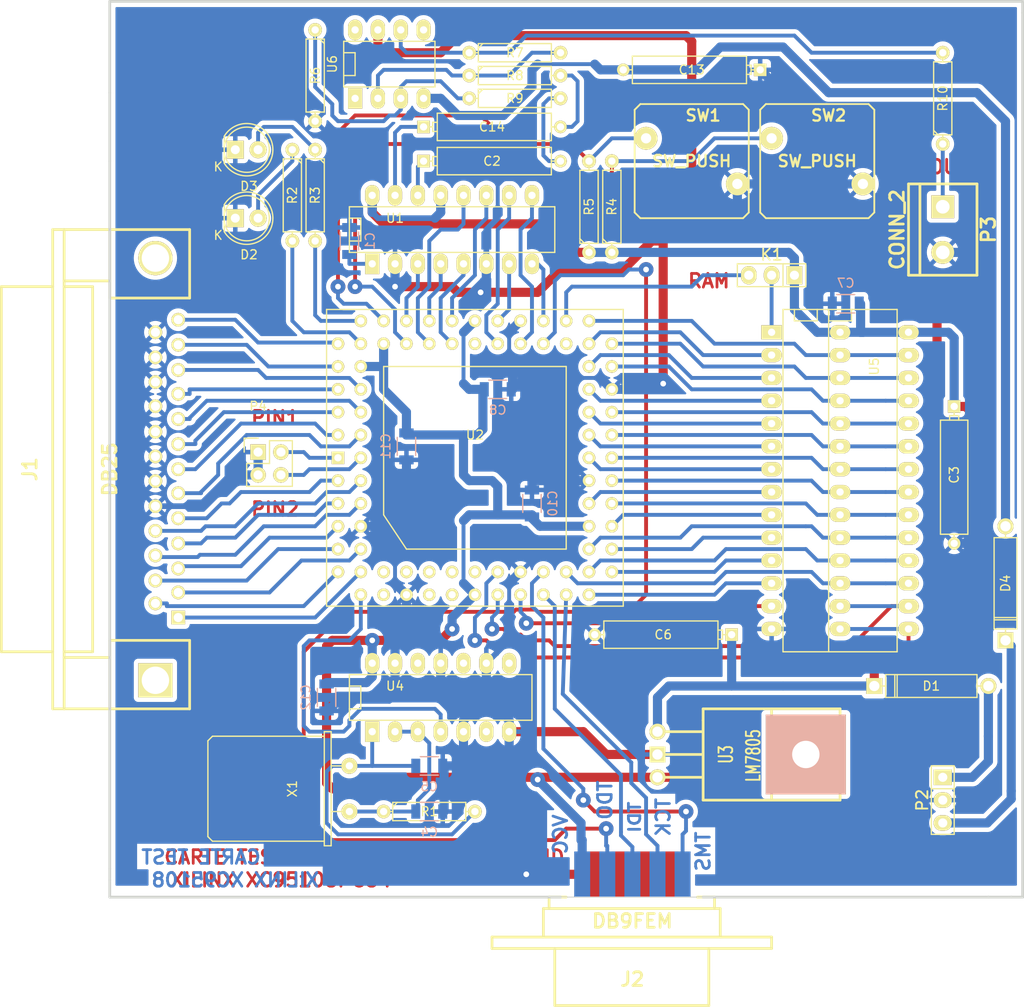
<source format=kicad_pcb>
(kicad_pcb (version 20221018) (generator pcbnew)
  (title_block (title "CARTE TEST XILINX XC95108") (rev "0"))
  (layers (0 "F.Cu" signal "Dessus") (31 "B.Cu" signal "Dessous") (34 "B.Paste" user) (35 "F.Paste" user) (36 "B.SilkS" user "B.Silkscreen") (37 "F.SilkS" user "F.Silkscreen") (38 "B.Mask" user) (39 "F.Mask" user) (44 "Edge.Cuts" user))
  (net 0 "")
  (net 1 "+12V")
  (net 2 "-12V")
  (net 3 "/CSMEM")
  (net 4 "/DAT0")
  (net 5 "/DAT1")
  (net 6 "/DAT2")
  (net 7 "/DAT3")
  (net 8 "/DAT4")
  (net 9 "/DAT5")
  (net 10 "/DAT6")
  (net 11 "/DAT7")
  (net 12 "/DCLK")
  (net 13 "/LED1")
  (net 14 "/LED2")
  (net 15 "/MA0")
  (net 16 "/MA1")
  (net 17 "/MA2")
  (net 18 "/MA3")
  (net 19 "/MA4")
  (net 20 "/MA5")
  (net 21 "/MA6")
  (net 22 "/MA7")
  (net 23 "/MD0")
  (net 24 "/MD1")
  (net 25 "/MD10")
  (net 26 "/MD11")
  (net 27 "/MD12")
  (net 28 "/MD13")
  (net 29 "/MD14")
  (net 30 "/MD2")
  (net 31 "/MD3")
  (net 32 "/MD4")
  (net 33 "/MD5")
  (net 34 "/MD6")
  (net 35 "/MD7")
  (net 36 "/MD8")
  (net 37 "/MD9")
  (net 38 "/OEMEM")
  (net 39 "/PARBUS0")
  (net 40 "/PARBUS1")
  (net 41 "/PARBUS2")
  (net 42 "/PARBUS3")
  (net 43 "/PARBUS4")
  (net 44 "/PARBUS5")
  (net 45 "/PARBUS6")
  (net 46 "/PARBUS7")
  (net 47 "/PAR_AUX0/STROBE*")
  (net 48 "/PAR_AUX1/ERROR*")
  (net 49 "/PAR_AUX2/AUTOLF*")
  (net 50 "/PAR_AUX3/SELECT*")
  (net 51 "/PAR_AUX4/PE")
  (net 52 "/PAR_AUX5/BUSY*")
  (net 53 "/PAR_AUX6/ACK")
  (net 54 "/PAR_AUX7/INIT")
  (net 55 "/PAR_AUX8/SELECT")
  (net 56 "/PIN_TEST0")
  (net 57 "/PIN_TEST1")
  (net 58 "/R/W-A14")
  (net 59 "/SW0")
  (net 60 "/SW1")
  (net 61 "/TCK")
  (net 62 "/TDI")
  (net 63 "/TDO")
  (net 64 "/TMS")
  (net 65 "/XIN/CLK")
  (net 66 "GND")
  (net 67 "Net-(C1-Pad1)")
  (net 68 "Net-(C14-Pad1)")
  (net 69 "Net-(C14-Pad2)")
  (net 70 "Net-(C2-Pad1)")
  (net 71 "Net-(C2-Pad2)")
  (net 72 "Net-(C4-Pad1)")
  (net 73 "Net-(C5-Pad1)")
  (net 74 "Net-(K1-Pad2)")
  (net 75 "Net-(P3-Pad1)")
  (net 76 "Net-(R10-Pad2)")
  (net 77 "Net-(R6-Pad1)")
  (net 78 "Net-(R7-Pad2)")
  (net 79 "VCC")
  (net 80 "Net-(U2-Pad14)")
  (net 81 "Net-(U2-Pad15)")
  (net 82 "Net-(U2-Pad17)")
  (net 83 "Net-(U2-Pad18)")
  (net 84 "Net-(U2-Pad19)")
  (net 85 "Net-(U2-Pad20)")
  (net 86 "Net-(U2-Pad21)")
  (net 87 "Net-(U2-Pad23)")
  (net 88 "Net-(U2-Pad57)")
  (net 89 "Net-(U2-Pad65)")
  (net 90 "Net-(U4-Pad6)")
  (net 91 "Net-(U4-Pad8)")
  (net 92 "Net-(U4-Pad10)")
  (net 93 "Net-(U4-Pad12)")
  (net 94 "Net-(U6-Pad1)")
  (net 95 "Net-(U6-Pad5)")
  (net 96 "Net-(U6-Pad8)")
  (net 97 "/+12BATT")
  (net 98 "/-12BATT")
  (net 99 "Net-(D2-Pad2)")
  (net 100 "Net-(D3-Pad2)")
  (footprint "Discret:CP6" (layer "F.Cu") (at 137.16 53.975)
    (fp_text reference "C2")
    (fp_text value "10uF")
  )
  (footprint "Discret:CP6" (layer "F.Cu") (at 188.595 88.9 -90)
    (fp_text reference "C3")
    (fp_text value "10uF")
  )
  (footprint "Discret:CP6" (layer "F.Cu") (at 156.21 106.68 180)
    (fp_text reference "C6")
    (fp_text value "47uF")
  )
  (footprint "Discret:CP6" (layer "F.Cu") (at 159.385 43.815 180)
    (fp_text reference "C13")
    (fp_text value "10uF")
  )
  (footprint "Discret:CP6" (layer "F.Cu") (at 137.16 50.165)
    (fp_text reference "C14")
    (fp_text value "10uF")
  )
  (footprint "Discret:D5" (layer "F.Cu") (at 186.055 112.395 180)
    (fp_text reference "D1")
    (fp_text value "1N4004")
  )
  (footprint "Discret:D5" (layer "F.Cu") (at 194.31 100.965 -90)
    (fp_text reference "D4")
    (fp_text value "1N4004")
  )
  (footprint "Connect:DB25FC" (layer "F.Cu") (at 100.965 88.265 90)
    (fp_text reference "J1")
    (fp_text value "DB25")
  )
  (footprint "Connect:DB9F_CI_INVERT" (layer "F.Cu") (at 152.781 135.89 180)
    (fp_text reference "J2")
    (fp_text value "DB9FEM")
  )
  (footprint "Connect:bornier2" (layer "F.Cu") (at 187.325 61.595 -90)
    (fp_text reference "P3")
    (fp_text value "CONN_2")
  )
  (footprint "Discret:R4" (layer "F.Cu") (at 130.175 126.365)
    (fp_text reference "R1")
    (fp_text value "100K")
  )
  (footprint "Discret:R4" (layer "F.Cu") (at 114.935 57.785 -90)
    (fp_text reference "R2")
    (fp_text value "330")
  )
  (footprint "Discret:R4" (layer "F.Cu") (at 117.475 57.785 -90)
    (fp_text reference "R3")
    (fp_text value "330")
  )
  (footprint "Discret:R4" (layer "F.Cu") (at 150.495 59.055 90)
    (fp_text reference "R4")
    (fp_text value "4,7K")
  )
  (footprint "Discret:R4" (layer "F.Cu") (at 147.955 59.055 90)
    (fp_text reference "R5")
    (fp_text value "4,7K")
  )
  (footprint "Discret:R4" (layer "F.Cu") (at 117.475 44.45 -90)
    (fp_text reference "R6")
    (fp_text value "1,1k")
  )
  (footprint "Discret:R4" (layer "F.Cu") (at 139.7 41.91)
    (fp_text reference "R7")
    (fp_text value "1,1K")
  )
  (footprint "Discret:R4" (layer "F.Cu") (at 139.7 44.45)
    (fp_text reference "R8")
    (fp_text value "2,2K")
  )
  (footprint "Discret:R4" (layer "F.Cu") (at 139.7 46.99)
    (fp_text reference "R9")
    (fp_text value "2,2K")
  )
  (footprint "Discret:R4" (layer "F.Cu") (at 187.325 46.99 90)
    (fp_text reference "R10")
    (fp_text value "75")
  )
  (footprint "Discret:SW_PUSH" (layer "F.Cu") (at 159.385 53.975)
    (fp_text reference "SW1")
    (fp_text value "SW_PUSH")
  )
  (footprint "Discret:SW_PUSH" (layer "F.Cu") (at 173.355 53.975)
    (fp_text reference "SW2")
    (fp_text value "SW_PUSH")
  )
  (footprint "Sockets_DIP:DIP-16__300_ELL" (layer "F.Cu") (at 132.715 61.595)
    (fp_text reference "U1")
    (fp_text value "TDA8702")
  )
  (footprint "Sockets:PLCC84" (layer "F.Cu") (at 135.255 86.995)
    (fp_text reference "U2")
    (fp_text value "XC95108PC84")
  )
  (footprint "Discret:LM78XX" (layer "F.Cu") (at 155.575 120.015)
    (fp_text reference "U3")
    (fp_text value "LM7805")
  )
  (footprint "Sockets_DIP:DIP-14__300_ELL" (layer "F.Cu") (at 131.445 113.665)
    (fp_text reference "U4")
    (fp_text value "74HC04")
  )
  (footprint "Sockets_DIP:DIP-28__300__600_ELL" (layer "F.Cu") (at 175.895 89.535 -90)
    (fp_text reference "U5")
    (fp_text value "RAM_32KO")
  )
  (footprint "Sockets_DIP:DIP-8__300_ELL" (layer "F.Cu") (at 125.73 43.18)
    (fp_text reference "U6")
    (fp_text value "LM318N")
  )
  (footprint "Crystals:HC-18UH" (layer "F.Cu") (at 121.285 123.825 -90)
    (fp_text reference "X1")
    (fp_text value "10MHz")
  )
  (footprint "LEDs:LED-5MM" (layer "F.Cu") (at 108.585 60.325)
    (fp_text reference "D2")
    (fp_text value "LED")
  )
  (footprint "LEDs:LED-5MM" (layer "F.Cu") (at 108.585 52.705)
    (fp_text reference "D3")
    (fp_text value "LED")
  )
  (footprint "Socket_Strips:Socket_Strip_Straight_1x03" (layer "F.Cu") (at 187.325 125.095 90)
    (fp_text reference "P2")
    (fp_text value "CONN_3" hide)
  )
  (footprint "Pin_Headers:Pin_Header_Straight_2x02" (layer "F.Cu") (at 111.125 86.36)
    (fp_text reference "P4")
    (fp_text value "CONN_2X2")
  )
  (footprint "Socket_Strips:Socket_Strip_Straight_1x03" (layer "F.Cu") (at 168.275 66.675)
    (fp_text reference "K1")
    (fp_text value "CONN_3" hide)
  )
  (footprint "Capacitors_SMD:C_1206" (layer "B.Cu") (at 121.285 62.865 90)
    (fp_text reference "C1")
    (fp_text value "100nF")
  )
  (footprint "Capacitors_SMD:C_1206" (layer "B.Cu") (at 130.175 126.365)
    (fp_text reference "C4")
    (fp_text value "22pF")
  )
  (footprint "Capacitors_SMD:C_1206" (layer "B.Cu") (at 130.175 121.285)
    (fp_text reference "C5")
    (fp_text value "22pF")
  )
  (footprint "Capacitors_SMD:C_1206" (layer "B.Cu") (at 176.53 69.85 180)
    (fp_text reference "C7")
    (fp_text value "100nF")
  )
  (footprint "Capacitors_SMD:C_1206" (layer "B.Cu") (at 137.795 79.375)
    (fp_text reference "C8")
    (fp_text value "100nF")
  )
  (footprint "Capacitors_SMD:C_1206" (layer "B.Cu") (at 141.605 92.075 90)
    (fp_text reference "C10")
    (fp_text value "100nF")
  )
  (footprint "Capacitors_SMD:C_1206" (layer "B.Cu") (at 127.635 85.725 -90)
    (fp_text reference "C11")
    (fp_text value "100nF")
  )
  (footprint "Capacitors_SMD:C_1206" (layer "B.Cu") (at 118.745 113.665 -90)
    (fp_text reference "C12")
    (fp_text value "100nF")
  )
  (gr_line (start 196.215 135.89) (end 194.945 135.89) (stroke (width 0.3048)) (layer "Edge.Cuts"))
  (gr_line (start 94.615 36.195) (end 94.615 46.355) (stroke (width 0.3048)) (layer "Edge.Cuts"))
  (gr_line (start 192.405 135.89) (end 194.945 135.89) (stroke (width 0.3048)) (layer "Edge.Cuts"))
  (gr_line (start 196.215 37.465) (end 196.215 135.89) (stroke (width 0.3048)) (layer "Edge.Cuts"))
  (gr_line (start 94.615 53.975) (end 94.615 132.715) (stroke (width 0.3048)) (layer "Edge.Cuts"))
  (gr_line (start 144.78 135.89) (end 160.655 135.89) (stroke (width 0.1)) (layer "Edge.Cuts"))
  (gr_line (start 94.615 132.715) (end 94.615 133.985) (stroke (width 0.3048)) (layer "Edge.Cuts"))
  (gr_line (start 94.615 46.355) (end 94.615 53.975) (stroke (width 0.3048)) (layer "Edge.Cuts"))
  (gr_line (start 94.615 135.89) (end 144.78 135.89) (stroke (width 0.3048)) (layer "Edge.Cuts"))
  (gr_line (start 196.215 36.195) (end 94.615 36.195) (stroke (width 0.3048)) (layer "Edge.Cuts"))
  (gr_line (start 160.655 135.89) (end 192.405 135.89) (stroke (width 0.3048)) (layer "Edge.Cuts"))
  (gr_line (start 94.615 133.985) (end 94.615 135.89) (stroke (width 0.3048)) (layer "Edge.Cuts"))
  (gr_line (start 196.215 37.465) (end 196.215 36.195) (stroke (width 0.3048)) (layer "Edge.Cuts"))
  (gr_text "XILINX XC95108PC84" (at 113.665 133.985) (layer "F.Cu") (effects (font (size 1.524 1.524) (thickness 0.3048))))
  (gr_text "VOUT" (at 187.325 54.61) (layer "F.Cu") (effects (font (size 1.524 1.524) (thickness 0.3048))))
  (gr_text "PIN1" (at 113.03 82.55) (layer "F.Cu") (effects (font (size 1.524 1.524) (thickness 0.3048))))
  (gr_text "GND" (at 187.325 68.58) (layer "F.Cu") (effects (font (size 1.524 1.524) (thickness 0.3048))))
  (gr_text "RAM" (at 161.29 67.31) (layer "F.Cu") (effects (font (size 1.524 1.524) (thickness 0.3048))))
  (gr_text "PIN2" (at 113.03 92.71) (layer "F.Cu") (effects (font (size 1.524 1.524) (thickness 0.3048))))
  (gr_text "CARTE TEST" (at 107.315 131.445) (layer "F.Cu") (effects (font (size 1.524 1.524) (thickness 0.3048))))
  (gr_text "ROM" (at 176.53 67.31) (layer "F.Cu") (effects (font (size 1.524 1.524) (thickness 0.3048))))
  (gr_text "GND" (at 142.875 131.445) (layer "F.Cu") (effects (font (size 1.524 1.524) (thickness 0.3048))))
  (gr_text "+12V" (at 186.69 119.888) (layer "F.Cu") (effects (font (size 1.524 1.524) (thickness 0.3048))))
  (gr_text "-12V" (at 187.325 130.429) (layer "F.Cu") (effects (font (size 1.524 1.524) (thickness 0.3048))))
  (gr_text "GND" (at 183.261 125.222) (layer "F.Cu") (effects (font (size 1.524 1.524) (thickness 0.3048))))
  (gr_text "TDO" (at 149.733 125.095 90) (layer "B.Cu") (effects (font (size 1.524 1.524) (thickness 0.3048)) (justify mirror)))
  (gr_text "TCK" (at 156.21 127 90) (layer "B.Cu") (effects (font (size 1.524 1.524) (thickness 0.3048)) (justify mirror)))
  (gr_text "TMS" (at 160.655 130.81 90) (layer "B.Cu") (effects (font (size 1.524 1.524) (thickness 0.3048)) (justify mirror)))
  (gr_text "CARTE TEST" (at 104.775 131.445) (layer "B.Cu") (effects (font (size 1.524 1.524) (thickness 0.3048)) (justify mirror)))
  (gr_text "VCC" (at 144.78 128.905 90) (layer "B.Cu") (effects (font (size 1.524 1.524) (thickness 0.3048)) (justify mirror)))
  (gr_text "TDI" (at 153.035 127 90) (layer "B.Cu") (effects (font (size 1.27 1.524) (thickness 0.3048)) (justify mirror)))
  (gr_text "XILINX XC95108" (at 108.585 133.985) (layer "B.Cu") (effects (font (size 1.524 1.524) (thickness 0.3048)) (justify mirror)))
  (segment (start 173.99 59.055) (end 160.02 59.055) (width 1.016) (layer "F.Cu") (net 1))
  (segment (start 160.02 59.055) (end 159.385 58.42) (width 1.016) (layer "F.Cu") (net 1))
  (segment (start 183.515 110.49) (end 185.42 108.585) (width 1.016) (layer "F.Cu") (net 1))
  (segment (start 158.75 40.005) (end 133.35 40.005) (width 1.016) (layer "F.Cu") (net 1))
  (segment (start 179.705 110.49) (end 183.515 110.49) (width 1.016) (layer "F.Cu") (net 1))
  (segment (start 159.385 40.64) (end 158.75 40.005) (width 1.016) (layer "F.Cu") (net 1))
  (segment (start 125.095 41.91) (end 124.46 41.275) (width 1.016) (layer "F.Cu") (net 1))
  (segment (start 133.35 40.005) (end 131.445 41.91) (width 1.016) (layer "F.Cu") (net 1))
  (segment (start 186.69 71.755) (end 185.42 70.485) (width 1.016) (layer "F.Cu") (net 1))
  (segment (start 124.46 41.275) (end 124.46 39.37) (width 1.016) (layer "F.Cu") (net 1))
  (segment (start 186.69 107.315) (end 186.69 71.755) (width 1.016) (layer "F.Cu") (net 1))
  (segment (start 179.705 112.395) (end 179.705 110.49) (width 1.016) (layer "F.Cu") (net 1))
  (segment (start 185.42 108.585) (end 186.69 107.315) (width 1.016) (layer "F.Cu") (net 1))
  (segment (start 131.445 41.91) (end 125.095 41.91) (width 1.016) (layer "F.Cu") (net 1))
  (segment (start 159.385 58.42) (end 159.385 40.64) (width 1.016) (layer "F.Cu") (net 1))
  (segment (start 185.42 70.485) (end 173.99 59.055) (width 1.016) (layer "F.Cu") (net 1))
  (segment (start 155.575 113.665) (end 155.575 117.475) (width 1.016) (layer "B.Cu") (net 1))
  (segment (start 169.545 112.395) (end 179.705 112.395) (width 1.016) (layer "B.Cu") (net 1))
  (segment (start 169.545 112.395) (end 163.83 112.395) (width 1.016) (layer "B.Cu") (net 1))
  (segment (start 163.83 106.68) (end 163.83 112.395) (width 1.016) (layer "B.Cu") (net 1))
  (segment (start 156.845 112.395) (end 155.575 113.665) (width 1.016) (layer "B.Cu") (net 1))
  (segment (start 163.83 112.395) (end 156.845 112.395) (width 1.016) (layer "B.Cu") (net 1))
  (segment (start 160.02 43.815) (end 162.56 41.275) (width 1.016) (layer "B.Cu") (net 2))
  (segment (start 133.35 48.895) (end 138.43 48.895) (width 1.016) (layer "B.Cu") (net 2))
  (segment (start 162.56 41.275) (end 169.545 41.275) (width 1.016) (layer "B.Cu") (net 2))
  (segment (start 169.545 41.275) (end 174.625 46.355) (width 1.016) (layer "B.Cu") (net 2))
  (segment (start 129.54 46.99) (end 131.445 46.99) (width 1.016) (layer "B.Cu") (net 2))
  (segment (start 151.765 43.815) (end 160.02 43.815) (width 1.016) (layer "B.Cu") (net 2))
  (segment (start 138.43 48.895) (end 141.605 45.72) (width 1.016) (layer "B.Cu") (net 2))
  (segment (start 142.24 43.18) (end 148.59 43.18) (width 0.4318) (layer "B.Cu") (net 2))
  (segment (start 148.59 43.18) (end 149.225 43.815) (width 1.016) (layer "B.Cu") (net 2))
  (segment (start 141.605 43.815) (end 142.24 43.18) (width 1.016) (layer "B.Cu") (net 2))
  (segment (start 194.31 94.615) (end 194.31 49.53) (width 1.016) (layer "B.Cu") (net 2))
  (segment (start 149.225 43.815) (end 151.765 43.815) (width 1.016) (layer "B.Cu") (net 2))
  (segment (start 174.625 46.355) (end 191.135 46.355) (width 1.016) (layer "B.Cu") (net 2))
  (segment (start 194.31 49.53) (end 191.77 46.99) (width 1.016) (layer "B.Cu") (net 2))
  (segment (start 131.445 46.99) (end 133.35 48.895) (width 1.016) (layer "B.Cu") (net 2))
  (segment (start 191.135 46.355) (end 191.77 46.99) (width 1.016) (layer "B.Cu") (net 2))
  (segment (start 141.605 45.72) (end 141.605 43.815) (width 1.016) (layer "B.Cu") (net 2))
  (segment (start 175.895 93.345) (end 173.355 93.345) (width 0.4318) (layer "B.Cu") (net 3))
  (segment (start 180.975 93.345) (end 183.515 93.345) (width 0.4318) (layer "B.Cu") (net 3))
  (segment (start 173.355 93.345) (end 172.085 92.075) (width 0.4318) (layer "B.Cu") (net 3))
  (segment (start 150.495 92.075) (end 172.085 92.075) (width 0.4318) (layer "B.Cu") (net 3))
  (segment (start 180.975 93.345) (end 175.895 93.345) (width 0.4318) (layer "B.Cu") (net 3))
  (segment (start 128.905 69.215) (end 130.175 67.945) (width 0.4318) (layer "B.Cu") (net 4))
  (segment (start 133.35 61.595) (end 133.985 60.96) (width 0.4318) (layer "B.Cu") (net 4))
  (segment (start 130.175 67.945) (end 130.175 62.865) (width 0.4318) (layer "B.Cu") (net 4))
  (segment (start 133.985 60.96) (end 133.985 57.785) (width 0.4318) (layer "B.Cu") (net 4))
  (segment (start 131.445 61.595) (end 133.35 61.595) (width 0.4318) (layer "B.Cu") (net 4))
  (segment (start 128.905 73.025) (end 128.905 69.215) (width 0.4318) (layer "B.Cu") (net 4))
  (segment (start 130.175 62.865) (end 131.445 61.595) (width 0.4318) (layer "B.Cu") (net 4))
  (segment (start 130.175 74.295) (end 128.905 73.025) (width 0.4318) (layer "B.Cu") (net 4))
  (segment (start 135.255 61.595) (end 136.525 60.325) (width 0.4318) (layer "B.Cu") (net 5))
  (segment (start 135.255 61.595) (end 135.255 66.675) (width 0.4318) (layer "B.Cu") (net 5))
  (segment (start 132.715 69.215) (end 135.255 66.675) (width 0.4318) (layer "B.Cu") (net 5))
  (segment (start 136.525 57.785) (end 136.525 60.325) (width 0.4318) (layer "B.Cu") (net 5))
  (segment (start 132.715 69.215) (end 132.715 71.755) (width 0.4318) (layer "B.Cu") (net 5))
  (segment (start 128.905 67.945) (end 127.635 69.215) (width 0.4318) (layer "B.Cu") (net 6))
  (segment (start 128.905 65.405) (end 128.905 67.945) (width 0.4318) (layer "B.Cu") (net 6))
  (segment (start 127.635 69.215) (end 127.635 71.755) (width 0.4318) (layer "B.Cu") (net 6))
  (segment (start 130.175 71.755) (end 130.175 69.215) (width 0.4318) (layer "B.Cu") (net 7))
  (segment (start 131.445 67.945) (end 131.445 65.405) (width 0.4318) (layer "B.Cu") (net 7))
  (segment (start 130.175 69.215) (end 131.445 67.945) (width 0.4318) (layer "B.Cu") (net 7))
  (segment (start 136.525 71.12) (end 136.525 73.025) (width 0.4318) (layer "B.Cu") (net 8))
  (segment (start 137.795 69.85) (end 137.795 61.595) (width 0.4318) (layer "B.Cu") (net 8))
  (segment (start 136.525 73.025) (end 137.795 74.295) (width 0.4318) (layer "B.Cu") (net 8))
  (segment (start 139.065 60.325) (end 137.795 61.595) (width 0.4318) (layer "B.Cu") (net 8))
  (segment (start 139.065 57.785) (end 139.065 60.325) (width 0.4318) (layer "B.Cu") (net 8))
  (segment (start 136.525 71.12) (end 137.795 69.85) (width 0.4318) (layer "B.Cu") (net 8))
  (segment (start 141.605 57.785) (end 141.605 60.325) (width 0.4318) (layer "B.Cu") (net 9))
  (segment (start 141.605 67.945) (end 140.335 66.675) (width 0.4318) (layer "B.Cu") (net 9))
  (segment (start 141.605 60.325) (end 140.335 61.595) (width 0.4318) (layer "B.Cu") (net 9))
  (segment (start 140.335 74.295) (end 141.605 73.025) (width 0.4318) (layer "B.Cu") (net 9))
  (segment (start 141.605 73.025) (end 141.605 67.945) (width 0.4318) (layer "B.Cu") (net 9))
  (segment (start 140.335 61.595) (end 140.335 66.675) (width 0.4318) (layer "B.Cu") (net 9))
  (segment (start 142.24 65.405) (end 141.605 65.405) (width 0.4318) (layer "B.Cu") (net 10))
  (segment (start 142.875 66.04) (end 142.24 65.405) (width 0.4318) (layer "B.Cu") (net 10))
  (segment (start 142.875 71.755) (end 142.875 66.04) (width 0.4318) (layer "B.Cu") (net 10))
  (segment (start 139.065 70.485) (end 137.795 71.755) (width 0.4318) (layer "B.Cu") (net 11))
  (segment (start 139.065 65.405) (end 139.065 70.485) (width 0.4318) (layer "B.Cu") (net 11))
  (segment (start 131.445 69.215) (end 133.985 66.675) (width 0.4318) (layer "B.Cu") (net 12))
  (segment (start 132.715 74.295) (end 131.445 73.025) (width 0.4318) (layer "B.Cu") (net 12))
  (segment (start 131.445 73.025) (end 131.445 69.215) (width 0.4318) (layer "B.Cu") (net 12))
  (segment (start 133.985 66.675) (end 133.985 65.405) (width 0.4318) (layer "B.Cu") (net 12))
  (segment (start 114.935 62.865) (end 114.935 71.755) (width 0.4318) (layer "B.Cu") (net 13))
  (segment (start 116.205 73.025) (end 121.285 73.025) (width 0.4318) (layer "B.Cu") (net 13))
  (segment (start 121.285 73.025) (end 122.555 74.295) (width 0.4318) (layer "B.Cu") (net 13))
  (segment (start 116.205 73.025) (end 114.935 71.755) (width 0.4318) (layer "B.Cu") (net 13))
  (segment (start 117.475 71.12) (end 118.11 71.755) (width 0.4318) (layer "B.Cu") (net 14))
  (segment (start 117.475 62.865) (end 117.475 71.12) (width 0.4318) (layer "B.Cu") (net 14))
  (segment (start 118.11 71.755) (end 122.555 71.755) (width 0.4318) (layer "B.Cu") (net 14))
  (segment (start 163.195 98.425) (end 168.275 98.425) (width 0.4318) (layer "B.Cu") (net 15))
  (segment (start 161.925 99.695) (end 163.195 98.425) (width 0.4318) (layer "B.Cu") (net 15))
  (segment (start 150.495 99.695) (end 161.925 99.695) (width 0.4318) (layer "B.Cu") (net 15))
  (segment (start 161.925 102.235) (end 163.195 100.965) (width 0.4318) (layer "B.Cu") (net 16))
  (segment (start 163.195 100.965) (end 168.275 100.965) (width 0.4318) (layer "B.Cu") (net 16))
  (segment (start 147.955 102.235) (end 161.925 102.235) (width 0.4318) (layer "B.Cu") (net 16))
  (segment (start 151.13 105.41) (end 161.925 105.41) (width 0.4318) (layer "F.Cu") (net 17))
  (segment (start 140.97 105.41) (end 151.13 105.41) (width 0.4318) (layer "F.Cu") (net 17))
  (segment (start 163.83 103.505) (end 168.275 103.505) (width 0.4318) (layer "F.Cu") (net 17))
  (segment (start 161.925 105.41) (end 163.83 103.505) (width 0.4318) (layer "F.Cu") (net 17))
  (via (at 140.97 105.41) (size 1.651) (drill 0.635) (layers "F.Cu" "B.Cu") (net 17))
  (segment (start 140.335 104.14) (end 140.97 104.775) (width 0.4318) (layer "B.Cu") (net 17))
  (segment (start 140.97 104.775) (end 140.97 105.41) (width 0.4318) (layer "B.Cu") (net 17))
  (segment (start 140.335 102.235) (end 140.335 104.14) (width 0.4318) (layer "B.Cu") (net 17))
  (segment (start 140.335 107.95) (end 137.16 107.95) (width 0.4318) (layer "F.Cu") (net 18))
  (segment (start 183.515 108.585) (end 183.515 106.045) (width 0.4318) (layer "F.Cu") (net 18))
  (segment (start 137.16 107.95) (end 136.525 107.315) (width 0.4318) (layer "F.Cu") (net 18))
  (segment (start 182.88 109.22) (end 183.515 108.585) (width 0.4318) (layer "F.Cu") (net 18))
  (segment (start 140.335 107.95) (end 141.605 109.22) (width 0.4318) (layer "F.Cu") (net 18))
  (segment (start 141.605 109.22) (end 182.88 109.22) (width 0.4318) (layer "F.Cu") (net 18))
  (segment (start 136.525 107.315) (end 135.255 107.315) (width 0.4318) (layer "F.Cu") (net 18))
  (via (at 135.255 107.315) (size 1.651) (drill 0.635) (layers "F.Cu" "B.Cu") (net 18))
  (segment (start 135.255 104.775) (end 136.525 103.505) (width 0.4318) (layer "B.Cu") (net 18))
  (segment (start 135.255 107.315) (end 135.255 104.775) (width 0.4318) (layer "B.Cu") (net 18))
  (segment (start 136.525 100.965) (end 137.795 99.695) (width 0.4318) (layer "B.Cu") (net 18))
  (segment (start 136.525 103.505) (end 136.525 100.965) (width 0.4318) (layer "B.Cu") (net 18))
  (segment (start 175.895 106.045) (end 183.515 106.045) (width 0.4318) (layer "B.Cu") (net 18))
  (segment (start 137.16 106.045) (end 138.43 106.045) (width 0.4318) (layer "F.Cu") (net 19))
  (segment (start 144.145 107.95) (end 143.51 107.315) (width 0.4318) (layer "F.Cu") (net 19))
  (segment (start 183.515 103.505) (end 181.61 103.505) (width 0.4318) (layer "F.Cu") (net 19))
  (segment (start 139.065 106.68) (end 140.335 106.68) (width 0.4318) (layer "F.Cu") (net 19))
  (segment (start 181.61 103.505) (end 177.165 107.95) (width 0.4318) (layer "F.Cu") (net 19))
  (segment (start 140.335 106.68) (end 140.97 107.315) (width 0.4318) (layer "F.Cu") (net 19))
  (segment (start 143.51 107.315) (end 140.97 107.315) (width 0.4318) (layer "F.Cu") (net 19))
  (segment (start 138.43 106.045) (end 139.065 106.68) (width 0.4318) (layer "F.Cu") (net 19))
  (segment (start 177.165 107.95) (end 144.145 107.95) (width 0.4318) (layer "F.Cu") (net 19))
  (via (at 137.16 106.045) (size 1.651) (drill 0.635) (layers "F.Cu" "B.Cu") (net 19))
  (segment (start 137.795 104.14) (end 137.16 104.775) (width 0.4318) (layer "B.Cu") (net 19))
  (segment (start 183.515 103.505) (end 175.895 103.505) (width 0.4318) (layer "B.Cu") (net 19))
  (segment (start 137.795 104.14) (end 137.795 102.235) (width 0.4318) (layer "B.Cu") (net 19))
  (segment (start 137.16 104.775) (end 137.16 106.045) (width 0.4318) (layer "B.Cu") (net 19))
  (segment (start 180.975 100.965) (end 175.895 100.965) (width 0.4318) (layer "B.Cu") (net 20))
  (segment (start 173.99 100.965) (end 172.72 99.695) (width 0.4318) (layer "B.Cu") (net 20))
  (segment (start 163.195 99.695) (end 172.72 99.695) (width 0.4318) (layer "B.Cu") (net 20))
  (segment (start 146.685 100.965) (end 161.925 100.965) (width 0.4318) (layer "B.Cu") (net 20))
  (segment (start 145.415 99.695) (end 146.685 100.965) (width 0.4318) (layer "B.Cu") (net 20))
  (segment (start 180.975 100.965) (end 183.515 100.965) (width 0.4318) (layer "B.Cu") (net 20))
  (segment (start 161.925 100.965) (end 163.195 99.695) (width 0.4318) (layer "B.Cu") (net 20))
  (segment (start 175.895 100.965) (end 173.99 100.965) (width 0.4318) (layer "B.Cu") (net 20))
  (segment (start 161.925 98.425) (end 163.195 97.155) (width 0.4318) (layer "B.Cu") (net 21))
  (segment (start 149.225 98.425) (end 161.925 98.425) (width 0.4318) (layer "B.Cu") (net 21))
  (segment (start 147.955 99.695) (end 149.225 98.425) (width 0.4318) (layer "B.Cu") (net 21))
  (segment (start 180.975 98.425) (end 175.895 98.425) (width 0.4318) (layer "B.Cu") (net 21))
  (segment (start 163.195 97.155) (end 172.085 97.155) (width 0.4318) (layer "B.Cu") (net 21))
  (segment (start 173.355 98.425) (end 172.085 97.155) (width 0.4318) (layer "B.Cu") (net 21))
  (segment (start 180.975 98.425) (end 183.515 98.425) (width 0.4318) (layer "B.Cu") (net 21))
  (segment (start 175.895 98.425) (end 173.355 98.425) (width 0.4318) (layer "B.Cu") (net 21))
  (segment (start 172.72 94.615) (end 172.085 94.615) (width 0.4318) (layer "B.Cu") (net 22))
  (segment (start 149.225 95.885) (end 158.115 95.885) (width 0.4318) (layer "B.Cu") (net 22))
  (segment (start 173.99 95.885) (end 172.72 94.615) (width 0.4318) (layer "B.Cu") (net 22))
  (segment (start 180.975 95.885) (end 183.515 95.885) (width 0.4318) (layer "B.Cu") (net 22))
  (segment (start 180.975 95.885) (end 175.895 95.885) (width 0.4318) (layer "B.Cu") (net 22))
  (segment (start 159.385 94.615) (end 172.085 94.615) (width 0.4318) (layer "B.Cu") (net 22))
  (segment (start 175.895 95.885) (end 173.99 95.885) (width 0.4318) (layer "B.Cu") (net 22))
  (segment (start 158.115 95.885) (end 159.385 94.615) (width 0.4318) (layer "B.Cu") (net 22))
  (segment (start 147.955 97.155) (end 149.225 95.885) (width 0.4318) (layer "B.Cu") (net 22))
  (segment (start 159.385 97.155) (end 160.655 95.885) (width 0.4318) (layer "B.Cu") (net 23))
  (segment (start 160.655 95.885) (end 168.275 95.885) (width 0.4318) (layer "B.Cu") (net 23))
  (segment (start 150.495 97.155) (end 159.385 97.155) (width 0.4318) (layer "B.Cu") (net 23))
  (segment (start 151.765 93.345) (end 168.275 93.345) (width 0.4318) (layer "B.Cu") (net 24))
  (segment (start 150.495 94.615) (end 151.765 93.345) (width 0.4318) (layer "B.Cu") (net 24))
  (segment (start 173.99 90.805) (end 172.72 89.535) (width 0.4318) (layer "B.Cu") (net 25))
  (segment (start 150.495 89.535) (end 172.72 89.535) (width 0.4318) (layer "B.Cu") (net 25))
  (segment (start 175.895 90.805) (end 173.99 90.805) (width 0.4318) (layer "B.Cu") (net 25))
  (segment (start 180.975 90.805) (end 183.515 90.805) (width 0.4318) (layer "B.Cu") (net 25))
  (segment (start 180.975 90.805) (end 175.895 90.805) (width 0.4318) (layer "B.Cu") (net 25))
  (segment (start 180.975 85.725) (end 183.515 85.725) (width 0.4318) (layer "B.Cu") (net 26))
  (segment (start 150.495 84.455) (end 172.72 84.455) (width 0.4318) (layer "B.Cu") (net 26))
  (segment (start 173.99 85.725) (end 172.72 84.455) (width 0.4318) (layer "B.Cu") (net 26))
  (segment (start 175.895 85.725) (end 180.975 85.725) (width 0.4318) (layer "B.Cu") (net 26))
  (segment (start 175.895 85.725) (end 173.99 85.725) (width 0.4318) (layer "B.Cu") (net 26))
  (segment (start 158.115 73.025) (end 160.655 75.565) (width 0.4318) (layer "B.Cu") (net 27))
  (segment (start 147.955 74.295) (end 149.225 73.025) (width 0.4318) (layer "B.Cu") (net 27))
  (segment (start 149.225 73.025) (end 158.115 73.025) (width 0.4318) (layer "B.Cu") (net 27))
  (segment (start 160.655 75.565) (end 168.275 75.565) (width 0.4318) (layer "B.Cu") (net 27))
  (segment (start 160.655 76.835) (end 170.815 76.835) (width 0.4318) (layer "B.Cu") (net 28))
  (segment (start 175.895 78.105) (end 172.085 78.105) (width 0.4318) (layer "B.Cu") (net 28))
  (segment (start 170.815 76.835) (end 172.085 78.105) (width 0.4318) (layer "B.Cu") (net 28))
  (segment (start 158.115 74.295) (end 160.655 76.835) (width 0.4318) (layer "B.Cu") (net 28))
  (segment (start 175.895 78.105) (end 183.515 78.105) (width 0.4318) (layer "B.Cu") (net 28))
  (segment (start 158.115 74.295) (end 150.495 74.295) (width 0.4318) (layer "B.Cu") (net 28))
  (segment (start 159.385 67.945) (end 160.655 66.675) (width 0.4318) (layer "B.Cu") (net 29))
  (segment (start 160.655 66.675) (end 165.735 66.675) (width 0.4318) (layer "B.Cu") (net 29))
  (segment (start 145.415 68.58) (end 146.05 67.945) (width 0.4318) (layer "B.Cu") (net 29))
  (segment (start 146.05 67.945) (end 159.385 67.945) (width 0.4318) (layer "B.Cu") (net 29))
  (segment (start 145.415 71.755) (end 145.415 68.58) (width 0.4318) (layer "B.Cu") (net 29))
  (segment (start 149.225 90.805) (end 168.275 90.805) (width 0.4318) (layer "B.Cu") (net 30))
  (segment (start 147.955 92.075) (end 149.225 90.805) (width 0.4318) (layer "B.Cu") (net 30))
  (segment (start 147.955 86.995) (end 149.225 88.265) (width 0.4318) (layer "B.Cu") (net 31))
  (segment (start 149.225 88.265) (end 168.275 88.265) (width 0.4318) (layer "B.Cu") (net 31))
  (segment (start 149.225 85.725) (end 147.955 84.455) (width 0.4318) (layer "B.Cu") (net 32))
  (segment (start 168.275 85.725) (end 149.225 85.725) (width 0.4318) (layer "B.Cu") (net 32))
  (segment (start 149.225 83.185) (end 147.955 81.915) (width 0.4318) (layer "B.Cu") (net 33))
  (segment (start 168.275 83.185) (end 149.225 83.185) (width 0.4318) (layer "B.Cu") (net 33))
  (segment (start 149.225 80.645) (end 168.275 80.645) (width 0.4318) (layer "B.Cu") (net 34))
  (segment (start 147.955 79.375) (end 149.225 80.645) (width 0.4318) (layer "B.Cu") (net 34))
  (segment (start 159.385 78.105) (end 156.845 75.565) (width 0.4318) (layer "B.Cu") (net 35))
  (segment (start 168.275 78.105) (end 159.385 78.105) (width 0.4318) (layer "B.Cu") (net 35))
  (segment (start 149.225 75.565) (end 147.955 76.835) (width 0.4318) (layer "B.Cu") (net 35))
  (segment (start 156.845 75.565) (end 149.225 75.565) (width 0.4318) (layer "B.Cu") (net 35))
  (segment (start 175.895 80.645) (end 173.99 80.645) (width 0.4318) (layer "B.Cu") (net 36))
  (segment (start 156.845 76.835) (end 159.385 79.375) (width 0.4318) (layer "B.Cu") (net 36))
  (segment (start 159.385 79.375) (end 172.72 79.375) (width 0.4318) (layer "B.Cu") (net 36))
  (segment (start 175.895 80.645) (end 180.975 80.645) (width 0.4318) (layer "B.Cu") (net 36))
  (segment (start 150.495 76.835) (end 156.845 76.835) (width 0.4318) (layer "B.Cu") (net 36))
  (segment (start 173.99 80.645) (end 172.72 79.375) (width 0.4318) (layer "B.Cu") (net 36))
  (segment (start 180.975 80.645) (end 183.515 80.645) (width 0.4318) (layer "B.Cu") (net 36))
  (segment (start 150.495 81.915) (end 172.72 81.915) (width 0.4318) (layer "B.Cu") (net 37))
  (segment (start 180.975 83.185) (end 183.515 83.185) (width 0.4318) (layer "B.Cu") (net 37))
  (segment (start 175.895 83.185) (end 173.99 83.185) (width 0.4318) (layer "B.Cu") (net 37))
  (segment (start 175.895 83.185) (end 180.975 83.185) (width 0.4318) (layer "B.Cu") (net 37))
  (segment (start 173.99 83.185) (end 172.72 81.915) (width 0.4318) (layer "B.Cu") (net 37))
  (segment (start 150.495 86.995) (end 172.72 86.995) (width 0.4318) (layer "B.Cu") (net 38))
  (segment (start 175.895 88.265) (end 173.99 88.265) (width 0.4318) (layer "B.Cu") (net 38))
  (segment (start 173.99 88.265) (end 172.72 86.995) (width 0.4318) (layer "B.Cu") (net 38))
  (segment (start 180.975 88.265) (end 183.515 88.265) (width 0.4318) (layer "B.Cu") (net 38))
  (segment (start 180.975 88.265) (end 175.895 88.265) (width 0.4318) (layer "B.Cu") (net 38))
  (segment (start 102.235 101.981) (end 112.395 101.981) (width 0.4318) (layer "B.Cu") (net 39))
  (segment (start 115.951 98.425) (end 121.285 98.425) (width 0.4318) (layer "B.Cu") (net 39))
  (segment (start 112.395 101.981) (end 115.951 98.425) (width 0.4318) (layer "B.Cu") (net 39))
  (segment (start 121.285 98.425) (end 122.555 97.155) (width 0.4318) (layer "B.Cu") (net 39))
  (segment (start 112.395 95.885) (end 118.745 95.885) (width 0.4318) (layer "B.Cu") (net 40))
  (segment (start 102.235 99.06) (end 102.235 99.314) (width 0.4318) (layer "B.Cu") (net 40))
  (segment (start 118.745 95.885) (end 120.015 94.615) (width 0.4318) (layer "B.Cu") (net 40))
  (segment (start 112.395 95.885) (end 109.22 99.06) (width 0.4318) (layer "B.Cu") (net 40))
  (segment (start 109.22 99.06) (end 102.235 99.06) (width 0.4318) (layer "B.Cu") (net 40))
  (segment (start 108.585 95.885) (end 111.125 93.345) (width 0.4318) (layer "B.Cu") (net 41))
  (segment (start 102.235 96.52) (end 104.775 96.52) (width 0.4318) (layer "B.Cu") (net 41))
  (segment (start 111.125 93.345) (end 117.475 93.345) (width 0.4318) (layer "B.Cu") (net 41))
  (segment (start 118.745 92.075) (end 120.015 92.075) (width 0.4318) (layer "B.Cu") (net 41))
  (segment (start 104.775 96.52) (end 105.41 95.885) (width 0.4318) (layer "B.Cu") (net 41))
  (segment (start 117.475 93.345) (end 118.745 92.075) (width 0.4318) (layer "B.Cu") (net 41))
  (segment (start 105.41 95.885) (end 108.585 95.885) (width 0.4318) (layer "B.Cu") (net 41))
  (segment (start 116.84 90.805) (end 118.11 89.535) (width 0.4318) (layer "B.Cu") (net 42))
  (segment (start 118.11 89.535) (end 120.015 89.535) (width 0.4318) (layer "B.Cu") (net 42))
  (segment (start 109.22 90.805) (end 116.84 90.805) (width 0.4318) (layer "B.Cu") (net 42))
  (segment (start 107.061 92.075) (end 107.95 92.075) (width 0.4318) (layer "B.Cu") (net 42))
  (segment (start 107.95 92.075) (end 109.22 90.805) (width 0.4318) (layer "B.Cu") (net 42))
  (segment (start 102.235 93.726) (end 105.41 93.726) (width 0.4318) (layer "B.Cu") (net 42))
  (segment (start 105.41 93.726) (end 107.061 92.075) (width 0.4318) (layer "B.Cu") (net 42))
  (segment (start 109.855 84.455) (end 116.84 84.455) (width 0.4318) (layer "B.Cu") (net 43))
  (segment (start 104.775 90.805) (end 106.68 88.9) (width 0.4318) (layer "B.Cu") (net 43))
  (segment (start 106.68 87.63) (end 109.855 84.455) (width 0.4318) (layer "B.Cu") (net 43))
  (segment (start 118.11 85.725) (end 121.285 85.725) (width 0.4318) (layer "B.Cu") (net 43))
  (segment (start 104.775 90.932) (end 104.775 90.805) (width 0.4318) (layer "B.Cu") (net 43))
  (segment (start 106.68 88.9) (end 106.68 87.63) (width 0.4318) (layer "B.Cu") (net 43))
  (segment (start 102.235 90.932) (end 104.775 90.932) (width 0.4318) (layer "B.Cu") (net 43))
  (segment (start 116.84 84.455) (end 118.11 85.725) (width 0.4318) (layer "B.Cu") (net 43))
  (segment (start 121.285 85.725) (end 122.555 84.455) (width 0.4318) (layer "B.Cu") (net 43))
  (segment (start 118.745 84.455) (end 120.015 84.455) (width 0.4318) (layer "B.Cu") (net 44))
  (segment (start 102.235 88.265) (end 104.14 88.265) (width 0.4318) (layer "B.Cu") (net 44))
  (segment (start 104.14 88.265) (end 109.22 83.185) (width 0.4318) (layer "B.Cu") (net 44))
  (segment (start 109.22 83.185) (end 117.475 83.185) (width 0.4318) (layer "B.Cu") (net 44))
  (segment (start 117.475 83.185) (end 118.745 84.455) (width 0.4318) (layer "B.Cu") (net 44))
  (segment (start 104.14 85.09) (end 107.315 81.915) (width 0.4318) (layer "B.Cu") (net 45))
  (segment (start 102.235 85.471) (end 104.14 85.471) (width 0.4318) (layer "B.Cu") (net 45))
  (segment (start 107.315 81.915) (end 120.015 81.915) (width 0.4318) (layer "B.Cu") (net 45))
  (segment (start 104.14 85.471) (end 104.14 85.09) (width 0.4318) (layer "B.Cu") (net 45))
  (segment (start 102.235 82.677) (end 103.505 82.677) (width 0.4318) (layer "B.Cu") (net 46))
  (segment (start 105.41 80.645) (end 121.285 80.645) (width 0.4318) (layer "B.Cu") (net 46))
  (segment (start 103.505 82.677) (end 103.505 82.55) (width 0.4318) (layer "B.Cu") (net 46))
  (segment (start 103.505 82.55) (end 105.41 80.645) (width 0.4318) (layer "B.Cu") (net 46))
  (segment (start 121.285 80.645) (end 122.555 81.915) (width 0.4318) (layer "B.Cu") (net 46))
  (segment (start 117.475 104.775) (end 122.555 99.695) (width 0.4318) (layer "B.Cu") (net 47))
  (segment (start 102.235 104.775) (end 117.475 104.775) (width 0.4318) (layer "B.Cu") (net 47))
  (segment (start 109.855 100.6602) (end 113.3602 97.155) (width 0.4318) (layer "B.Cu") (net 48))
  (segment (start 99.695 100.6602) (end 109.855 100.6602) (width 0.4318) (layer "B.Cu") (net 48))
  (segment (start 113.3602 97.155) (end 120.015 97.155) (width 0.4318) (layer "B.Cu") (net 48))
  (segment (start 100.965 103.505) (end 116.205 103.505) (width 0.4318) (layer "B.Cu") (net 49))
  (segment (start 116.205 103.505) (end 120.015 99.695) (width 0.4318) (layer "B.Cu") (net 49))
  (segment (start 100.965 103.2002) (end 100.965 103.505) (width 0.4318) (layer "B.Cu") (net 49))
  (segment (start 99.695 103.2002) (end 100.965 103.2002) (width 0.4318) (layer "B.Cu") (net 49))
  (segment (start 108.585 71.628) (end 111.125 74.168) (width 0.4318) (layer "B.Cu") (net 50))
  (segment (start 102.235 71.628) (end 108.585 71.628) (width 0.4318) (layer "B.Cu") (net 50))
  (segment (start 120.015 74.168) (end 120.015 74.295) (width 0.4318) (layer "B.Cu") (net 50))
  (segment (start 111.125 74.168) (end 120.015 74.168) (width 0.4318) (layer "B.Cu") (net 50))
  (segment (start 102.235 74.422) (end 109.855 74.422) (width 0.4318) (layer "B.Cu") (net 51))
  (segment (start 109.855 74.422) (end 112.268 76.835) (width 0.4318) (layer "B.Cu") (net 51))
  (segment (start 112.268 76.835) (end 120.015 76.835) (width 0.4318) (layer "B.Cu") (net 51))
  (segment (start 112.014 78.105) (end 121.285 78.105) (width 0.4318) (layer "B.Cu") (net 52))
  (segment (start 102.235 77.216) (end 111.125 77.216) (width 0.4318) (layer "B.Cu") (net 52))
  (segment (start 111.125 77.216) (end 112.014 78.105) (width 0.4318) (layer "B.Cu") (net 52))
  (segment (start 121.285 78.105) (end 122.555 79.375) (width 0.4318) (layer "B.Cu") (net 52))
  (segment (start 103.505 79.883) (end 103.505 79.375) (width 0.4318) (layer "B.Cu") (net 53))
  (segment (start 102.235 79.883) (end 103.505 79.883) (width 0.4318) (layer "B.Cu") (net 53))
  (segment (start 103.505 79.375) (end 120.015 79.375) (width 0.4318) (layer "B.Cu") (net 53))
  (segment (start 104.648 97.79) (end 108.585 97.79) (width 0.4318) (layer "B.Cu") (net 54))
  (segment (start 99.8728 98.044) (end 104.394 98.044) (width 0.4318) (layer "B.Cu") (net 54))
  (segment (start 118.745 93.345) (end 117.475 94.615) (width 0.4318) (layer "B.Cu") (net 54))
  (segment (start 121.285 93.345) (end 122.555 92.075) (width 0.4318) (layer "B.Cu") (net 54))
  (segment (start 99.695 97.8662) (end 99.8728 98.044) (width 0.4318) (layer "B.Cu") (net 54))
  (segment (start 111.76 94.615) (end 117.475 94.615) (width 0.4318) (layer "B.Cu") (net 54))
  (segment (start 104.394 98.044) (end 104.648 97.79) (width 0.4318) (layer "B.Cu") (net 54))
  (segment (start 118.745 93.345) (end 121.285 93.345) (width 0.4318) (layer "B.Cu") (net 54))
  (segment (start 108.585 97.79) (end 111.76 94.615) (width 0.4318) (layer "B.Cu") (net 54))
  (segment (start 99.695 95.123) (end 104.775 95.123) (width 0.4318) (layer "B.Cu") (net 55))
  (segment (start 108.585 94.615) (end 111.125 92.075) (width 0.4318) (layer "B.Cu") (net 55))
  (segment (start 105.283 94.615) (end 108.585 94.615) (width 0.4318) (layer "B.Cu") (net 55))
  (segment (start 118.745 90.805) (end 121.285 90.805) (width 0.4318) (layer "B.Cu") (net 55))
  (segment (start 104.775 95.123) (end 105.283 94.615) (width 0.4318) (layer "B.Cu") (net 55))
  (segment (start 121.285 90.805) (end 122.555 89.535) (width 0.4318) (layer "B.Cu") (net 55))
  (segment (start 117.475 92.075) (end 118.745 90.805) (width 0.4318) (layer "B.Cu") (net 55))
  (segment (start 111.125 92.075) (end 117.475 92.075) (width 0.4318) (layer "B.Cu") (net 55))
  (segment (start 116.205 86.36) (end 116.84 86.995) (width 0.4318) (layer "B.Cu") (net 56))
  (segment (start 113.665 86.36) (end 116.205 86.36) (width 0.4318) (layer "B.Cu") (net 56))
  (segment (start 116.84 86.995) (end 120.015 86.995) (width 0.4318) (layer "B.Cu") (net 56))
  (segment (start 116.205 88.9) (end 116.84 88.265) (width 0.4318) (layer "B.Cu") (net 57))
  (segment (start 113.665 88.9) (end 116.205 88.9) (width 0.4318) (layer "B.Cu") (net 57))
  (segment (start 121.285 88.265) (end 122.555 86.995) (width 0.4318) (layer "B.Cu") (net 57))
  (segment (start 116.84 88.265) (end 121.285 88.265) (width 0.4318) (layer "B.Cu") (net 57))
  (segment (start 175.895 75.565) (end 172.085 75.565) (width 0.4318) (layer "B.Cu") (net 58))
  (segment (start 159.385 71.755) (end 147.955 71.755) (width 0.4318) (layer "B.Cu") (net 58))
  (segment (start 161.925 74.295) (end 159.385 71.755) (width 0.4318) (layer "B.Cu") (net 58))
  (segment (start 170.815 74.295) (end 161.925 74.295) (width 0.4318) (layer "B.Cu") (net 58))
  (segment (start 175.895 75.565) (end 183.515 75.565) (width 0.4318) (layer "B.Cu") (net 58))
  (segment (start 170.815 74.295) (end 172.085 75.565) (width 0.4318) (layer "B.Cu") (net 58))
  (segment (start 139.065 52.07) (end 146.05 52.07) (width 0.4318) (layer "F.Cu") (net 59))
  (segment (start 120.015 67.945) (end 120.015 50.8) (width 0.4318) (layer "F.Cu") (net 59))
  (segment (start 120.015 50.8) (end 121.92 48.895) (width 0.4318) (layer "F.Cu") (net 59))
  (segment (start 121.92 48.895) (end 135.89 48.895) (width 0.4318) (layer "F.Cu") (net 59))
  (segment (start 135.89 48.895) (end 139.065 52.07) (width 0.4318) (layer "F.Cu") (net 59))
  (segment (start 147.955 53.975) (end 146.05 52.07) (width 0.4318) (layer "F.Cu") (net 59))
  (via (at 120.015 67.945) (size 1.651) (drill 0.635) (layers "F.Cu" "B.Cu") (net 59))
  (segment (start 120.65 69.85) (end 123.19 69.85) (width 0.4318) (layer "B.Cu") (net 59))
  (segment (start 120.015 69.215) (end 120.65 69.85) (width 0.4318) (layer "B.Cu") (net 59))
  (segment (start 147.955 53.975) (end 150.495 51.435) (width 0.4318) (layer "B.Cu") (net 59))
  (segment (start 150.495 51.435) (end 154.305 51.435) (width 0.4318) (layer "B.Cu") (net 59))
  (segment (start 120.015 67.945) (end 120.015 69.215) (width 0.4318) (layer "B.Cu") (net 59))
  (segment (start 123.19 69.85) (end 125.095 71.755) (width 0.4318) (layer "B.Cu") (net 59))
  (segment (start 144.145 55.88) (end 149.86 55.88) (width 0.4318) (layer "F.Cu") (net 60))
  (segment (start 135.89 52.07) (end 123.19 52.07) (width 0.4318) (layer "F.Cu") (net 60))
  (segment (start 123.19 52.07) (end 121.92 53.34) (width 0.4318) (layer "F.Cu") (net 60))
  (segment (start 135.89 52.07) (end 139.065 55.245) (width 0.4318) (layer "F.Cu") (net 60))
  (segment (start 149.86 55.88) (end 150.495 55.245) (width 0.4318) (layer "F.Cu") (net 60))
  (segment (start 121.92 67.945) (end 121.92 53.34) (width 0.4318) (layer "F.Cu") (net 60))
  (segment (start 139.065 55.245) (end 143.51 55.245) (width 0.4318) (layer "F.Cu") (net 60))
  (segment (start 143.51 55.245) (end 144.145 55.88) (width 0.4318) (layer "F.Cu") (net 60))
  (segment (start 150.495 55.245) (end 150.495 53.975) (width 0.4318) (layer "F.Cu") (net 60))
  (via (at 121.92 67.945) (size 1.651) (drill 0.635) (layers "F.Cu" "B.Cu") (net 60))
  (segment (start 123.825 67.945) (end 121.92 67.945) (width 0.4318) (layer "B.Cu") (net 60))
  (segment (start 127.635 74.295) (end 126.365 73.025) (width 0.4318) (layer "B.Cu") (net 60))
  (segment (start 159.385 53.975) (end 161.925 51.435) (width 0.4318) (layer "B.Cu") (net 60))
  (segment (start 126.365 73.025) (end 126.365 70.485) (width 0.4318) (layer "B.Cu") (net 60))
  (segment (start 161.925 51.435) (end 168.275 51.435) (width 0.4318) (layer "B.Cu") (net 60))
  (segment (start 126.365 70.485) (end 123.825 67.945) (width 0.4318) (layer "B.Cu") (net 60))
  (segment (start 150.495 53.975) (end 159.385 53.975) (width 0.4318) (layer "B.Cu") (net 60))
  (segment (start 152.654 120.904) (end 152.654 123.19) (width 0.4318) (layer "B.Cu") (net 61))
  (segment (start 152.654 123.19) (end 154.305 124.841) (width 0.4318) (layer "B.Cu") (net 61))
  (segment (start 154.305 124.841) (end 154.305 128.905) (width 0.4318) (layer "B.Cu") (net 61))
  (segment (start 154.305 128.905) (end 154.94 129.54) (width 0.4318) (layer "B.Cu") (net 61))
  (segment (start 154.94 129.54) (end 155.575 130.175) (width 0.4318) (layer "B.Cu") (net 61))
  (segment (start 145.034 113.284) (end 145.415 102.235) (width 0.4318) (layer "B.Cu") (net 61))
  (segment (start 152.654 120.904) (end 145.034 113.284) (width 0.4318) (layer "B.Cu") (net 61))
  (segment (start 155.575 130.175) (end 155.575 133.35) (width 0.4318) (layer "B.Cu") (net 61))
  (segment (start 152.654 120.904) (end 152.654 120.904) (width 0.4318) (layer "B.Cu") (net 61))
  (segment (start 152.781 130.302) (end 151.511 129.032) (width 0.4318) (layer "B.Cu") (net 62))
  (segment (start 151.511 129.032) (end 151.511 128.651) (width 0.4318) (layer "B.Cu") (net 62))
  (segment (start 144.145 114.935) (end 151.511 122.301) (width 0.4318) (layer "B.Cu") (net 62))
  (segment (start 151.511 122.301) (end 151.511 128.651) (width 0.4318) (layer "B.Cu") (net 62))
  (segment (start 152.781 133.35) (end 152.781 130.302) (width 0.4318) (layer "B.Cu") (net 62))
  (segment (start 144.145 103.505) (end 144.145 114.935) (width 0.4318) (layer "B.Cu") (net 62))
  (segment (start 142.875 102.235) (end 144.145 103.505) (width 0.4318) (layer "B.Cu") (net 62))
  (segment (start 145.415 128.27) (end 149.86 128.27) (width 0.4318) (layer "F.Cu") (net 63))
  (segment (start 142.24 104.14) (end 141.986 103.886) (width 0.4318) (layer "F.Cu") (net 63))
  (segment (start 141.986 103.886) (end 139.827 103.886) (width 0.4318) (layer "F.Cu") (net 63))
  (segment (start 139.573 104.14) (end 120.65 104.14) (width 0.4318) (layer "F.Cu") (net 63))
  (segment (start 152.4 104.14) (end 142.24 104.14) (width 0.4318) (layer "F.Cu") (net 63))
  (segment (start 118.11 129.54) (end 144.145 129.54) (width 0.4318) (layer "F.Cu") (net 63))
  (segment (start 116.205 127.635) (end 118.11 129.54) (width 0.4318) (layer "F.Cu") (net 63))
  (segment (start 120.65 104.14) (end 116.205 108.585) (width 0.4318) (layer "F.Cu") (net 63))
  (segment (start 154.305 102.235) (end 152.4 104.14) (width 0.4318) (layer "F.Cu") (net 63))
  (segment (start 116.205 108.585) (end 116.205 127.635) (width 0.4318) (layer "F.Cu") (net 63))
  (segment (start 144.145 129.54) (end 145.415 128.27) (width 0.4318) (layer "F.Cu") (net 63))
  (segment (start 139.827 103.886) (end 139.573 104.14) (width 0.4318) (layer "F.Cu") (net 63))
  (segment (start 154.305 102.235) (end 154.305 66.04) (width 0.4318) (layer "F.Cu") (net 63))
  (via (at 149.86 128.27) (size 1.651) (drill 0.635) (layers "F.Cu" "B.Cu") (net 63))
  (via (at 154.305 66.04) (size 1.651) (drill 0.635) (layers "F.Cu" "B.Cu") (net 63))
  (segment (start 144.145 73.025) (end 142.875 74.295) (width 0.4318) (layer "B.Cu") (net 63))
  (segment (start 151.765 66.675) (end 152.4 66.04) (width 0.4318) (layer "B.Cu") (net 63))
  (segment (start 149.86 128.27) (end 149.86 130.175) (width 0.4318) (layer "B.Cu") (net 63))
  (segment (start 144.78 66.675) (end 151.765 66.675) (width 0.4318) (layer "B.Cu") (net 63))
  (segment (start 152.4 66.04) (end 154.305 66.04) (width 0.4318) (layer "B.Cu") (net 63))
  (segment (start 144.145 67.31) (end 144.145 73.025) (width 0.4318) (layer "B.Cu") (net 63))
  (segment (start 149.987 130.175) (end 149.86 130.175) (width 0.4318) (layer "B.Cu") (net 63))
  (segment (start 149.987 133.35) (end 149.987 130.175) (width 0.4318) (layer "B.Cu") (net 63))
  (segment (start 144.145 67.31) (end 144.78 66.675) (width 0.4318) (layer "B.Cu") (net 63))
  (segment (start 148.59 126.365) (end 158.75 126.365) (width 0.4318) (layer "F.Cu") (net 64))
  (segment (start 147.32 125.095) (end 148.59 126.365) (width 0.4318) (layer "F.Cu") (net 64))
  (via (at 147.32 125.095) (size 1.651) (drill 0.635) (layers "F.Cu" "B.Cu") (net 64))
  (via (at 158.75 126.365) (size 1.651) (drill 0.635) (layers "F.Cu" "B.Cu") (net 64))
  (segment (start 158.75 128.524) (end 158.75 128.27) (width 0.4318) (layer "B.Cu") (net 64))
  (segment (start 158.75 128.27) (end 158.75 126.365) (width 0.4318) (layer "B.Cu") (net 64))
  (segment (start 158.369 128.905) (end 158.75 128.524) (width 0.4318) (layer "B.Cu") (net 64))
  (segment (start 142.875 99.695) (end 141.605 100.965) (width 0.4318) (layer "B.Cu") (net 64))
  (segment (start 141.605 103.505) (end 142.875 104.775) (width 0.4318) (layer "B.Cu") (net 64))
  (segment (start 142.875 119.38) (end 142.875 104.775) (width 0.4318) (layer "B.Cu") (net 64))
  (segment (start 147.32 123.825) (end 147.32 125.095) (width 0.4318) (layer "B.Cu") (net 64))
  (segment (start 142.875 119.38) (end 147.32 123.825) (width 0.4318) (layer "B.Cu") (net 64))
  (segment (start 158.369 133.35) (end 158.369 128.905) (width 0.4318) (layer "B.Cu") (net 64))
  (segment (start 141.605 103.505) (end 141.605 100.965) (width 0.4318) (layer "B.Cu") (net 64))
  (segment (start 130.81 114.935) (end 122.555 114.935) (width 0.4318) (layer "B.Cu") (net 65))
  (segment (start 122.555 114.935) (end 121.285 116.205) (width 0.4318) (layer "B.Cu") (net 65))
  (segment (start 116.84 107.315) (end 121.285 107.315) (width 0.4318) (layer "B.Cu") (net 65))
  (segment (start 116.84 117.475) (end 116.205 116.84) (width 0.4318) (layer "B.Cu") (net 65))
  (segment (start 121.285 116.205) (end 121.285 116.84) (width 0.4318) (layer "B.Cu") (net 65))
  (segment (start 120.65 117.475) (end 116.84 117.475) (width 0.4318) (layer "B.Cu") (net 65))
  (segment (start 116.205 116.84) (end 116.205 107.95) (width 0.4318) (layer "B.Cu") (net 65))
  (segment (start 131.445 117.475) (end 131.445 115.57) (width 0.4318) (layer "B.Cu") (net 65))
  (segment (start 121.285 107.315) (end 122.555 106.045) (width 0.4318) (layer "B.Cu") (net 65))
  (segment (start 131.445 115.57) (end 130.81 114.935) (width 0.4318) (layer "B.Cu") (net 65))
  (segment (start 116.205 107.95) (end 116.84 107.315) (width 0.4318) (layer "B.Cu") (net 65))
  (segment (start 121.285 116.84) (end 120.65 117.475) (width 0.4318) (layer "B.Cu") (net 65))
  (segment (start 122.555 106.045) (end 122.555 102.235) (width 0.4318) (layer "B.Cu") (net 65))
  (segment (start 146.685 133.35) (end 140.97 133.35) (width 1.016) (layer "F.Cu") (net 66))
  (segment (start 151.384 133.35) (end 154.305 133.35) (width 1.016) (layer "F.Cu") (net 66))
  (segment (start 133.35 68.58) (end 135.89 68.58) (width 1.016) (layer "F.Cu") (net 66))
  (segment (start 139.065 117.475) (end 147.32 117.475) (width 1.016) (layer "F.Cu") (net 66))
  (segment (start 151.13 133.35) (end 151.384 133.35) (width 1.016) (layer "F.Cu") (net 66))
  (segment (start 148.59 133.35) (end 151.13 133.35) (width 1.016) (layer "F.Cu") (net 66))
  (segment (start 151.765 66.04) (end 154.94 62.865) (width 1.016) (layer "F.Cu") (net 66))
  (segment (start 156.21 78.74) (end 156.21 62.865) (width 1.016) (layer "F.Cu") (net 66))
  (segment (start 154.94 62.865) (end 156.21 62.865) (width 1.016) (layer "F.Cu") (net 66))
  (segment (start 135.89 68.58) (end 142.24 68.58) (width 1.016) (layer "F.Cu") (net 66))
  (segment (start 147.32 117.475) (end 149.86 120.015) (width 1.016) (layer "F.Cu") (net 66))
  (segment (start 154.305 133.35) (end 154.178 133.35) (width 1.016) (layer "F.Cu") (net 66))
  (segment (start 132.715 67.945) (end 133.35 68.58) (width 1.016) (layer "F.Cu") (net 66))
  (segment (start 144.78 66.04) (end 151.765 66.04) (width 1.016) (layer "F.Cu") (net 66))
  (segment (start 154.178 133.35) (end 156.845 133.35) (width 1.016) (layer "F.Cu") (net 66))
  (segment (start 126.365 67.945) (end 132.715 67.945) (width 1.016) (layer "F.Cu") (net 66))
  (segment (start 148.59 133.35) (end 146.685 133.35) (width 1.016) (layer "F.Cu") (net 66))
  (segment (start 142.24 68.58) (end 144.78 66.04) (width 1.016) (layer "F.Cu") (net 66))
  (segment (start 156.845 133.35) (end 156.972 133.35) (width 1.016) (layer "F.Cu") (net 66))
  (segment (start 149.86 120.015) (end 155.575 120.015) (width 1.016) (layer "F.Cu") (net 66))
  (via (at 140.97 133.35) (size 1.651) (drill 0.635) (layers "F.Cu" "B.Cu") (net 66))
  (via (at 135.89 68.58) (size 1.651) (drill 0.635) (layers "F.Cu" "B.Cu") (net 66))
  (via (at 126.365 67.945) (size 1.651) (drill 0.635) (layers "F.Cu" "B.Cu") (net 66))
  (via (at 156.21 78.74) (size 1.651) (drill 0.635) (layers "F.Cu" "B.Cu") (net 66))
  (segment (start 139.065 73.025) (end 140.335 71.755) (width 1.016) (layer "B.Cu") (net 66))
  (segment (start 126.365 112.395) (end 126.365 109.855) (width 1.016) (layer "B.Cu") (net 66))
  (segment (start 190.5 96.52) (end 189.865 96.52) (width 1.016) (layer "B.Cu") (net 66))
  (segment (start 136.525 109.855) (end 139.065 107.315) (width 0.635) (layer "B.Cu") (net 66))
  (segment (start 139.065 76.835) (end 139.065 73.025) (width 0.4318) (layer "B.Cu") (net 66))
  (segment (start 137.795 60.325) (end 137.795 56.515) (width 0.4318) (layer "B.Cu") (net 66))
  (segment (start 118.745 115.316) (end 120.015 114.046) (width 1.016) (layer "B.Cu") (net 66))
  (segment (start 191.135 73.025) (end 191.135 95.885) (width 1.016) (layer "B.Cu") (net 66))
  (segment (start 135.89 112.395) (end 136.525 111.76) (width 1.016) (layer "B.Cu") (net 66))
  (segment (start 139.065 100.965) (end 139.065 107.315) (width 0.4318) (layer "B.Cu") (net 66))
  (segment (start 137.795 114.935) (end 139.065 116.205) (width 1.016) (layer "B.Cu") (net 66))
  (segment (start 171.45 56.515) (end 178.435 56.515) (width 1.016) (layer "B.Cu") (net 66))
  (segment (start 144.145 55.88) (end 147.32 59.055) (width 1.016) (layer "B.Cu") (net 66))
  (segment (start 189.865 71.755) (end 189.865 64.77) (width 1.016) (layer "B.Cu") (net 66))
  (segment (start 136.525 65.405) (end 136.525 61.595) (width 0.635) (layer "B.Cu") (net 66))
  (segment (start 108.2548 88.9) (end 111.125 88.9) (width 1.016) (layer "B.Cu") (net 66))
  (segment (start 126.365 106.045) (end 126.365 109.855) (width 1.016) (layer "B.Cu") (net 66))
  (segment (start 150.495 79.375) (end 153.67 79.375) (width 1.016) (layer "B.Cu") (net 66))
  (segment (start 132.715 112.395) (end 135.255 112.395) (width 1.016) (layer "B.Cu") (net 66))
  (segment (start 135.255 114.935) (end 137.795 114.935) (width 1.016) (layer "B.Cu") (net 66))
  (segment (start 139.065 125.095) (end 139.065 117.475) (width 1.016) (layer "B.Cu") (net 66))
  (segment (start 136.525 67.945) (end 136.525 65.405) (width 1.016) (layer "B.Cu") (net 66))
  (segment (start 189.865 96.52) (end 188.595 96.52) (width 1.016) (layer "B.Cu") (net 66))
  (segment (start 131.826 126.365) (end 131.826 121.285) (width 1.016) (layer "B.Cu") (net 66))
  (segment (start 189.23 64.135) (end 187.325 64.135) (width 1.016) (layer "B.Cu") (net 66))
  (segment (start 140.97 127) (end 139.065 125.095) (width 1.016) (layer "B.Cu") (net 66))
  (segment (start 127 94.615) (end 126.365 94.615) (width 1.016) (layer "B.Cu") (net 66))
  (segment (start 191.135 95.885) (end 190.5 96.52) (width 1.016) (layer "B.Cu") (net 66))
  (segment (start 127.635 102.235) (end 126.365 100.965) (width 1.016) (layer "B.Cu") (net 66))
  (segment (start 167.005 43.815) (end 171.45 48.26) (width 1.016) (layer "B.Cu") (net 66))
  (segment (start 154.305 78.74) (end 156.21 78.74) (width 1.016) (layer "B.Cu") (net 66))
  (segment (start 132.08 112.395) (end 132.715 112.395) (width 1.016) (layer "B.Cu") (net 66))
  (segment (start 139.446 79.375) (end 139.446 76.835) (width 1.016) (layer "B.Cu") (net 66))
  (segment (start 111.125 88.9) (end 111.125 86.36) (width 1.016) (layer "B.Cu") (net 66))
  (segment (start 126.365 94.615) (end 122.555 94.615) (width 1.016) (layer "B.Cu") (net 66))
  (segment (start 149.225 78.105) (end 150.495 79.375) (width 1.016) (layer "B.Cu") (net 66))
  (segment (start 138.43 55.88) (end 144.145 55.88) (width 0.635) (layer "B.Cu") (net 66))
  (segment (start 189.865 64.77) (end 189.23 64.135) (width 1.016) (layer "B.Cu") (net 66))
  (segment (start 120.015 114.046) (end 125.73 114.046) (width 0.635) (layer "B.Cu") (net 66))
  (segment (start 126.365 67.945) (end 126.365 65.405) (width 1.016) (layer "B.Cu") (net 66))
  (segment (start 136.525 61.595) (end 137.795 60.325) (width 0.635) (layer "B.Cu") (net 66))
  (segment (start 126.365 112.395) (end 132.715 112.395) (width 1.016) (layer "B.Cu") (net 66))
  (segment (start 140.335 99.695) (end 139.065 100.965) (width 1.016) (layer "B.Cu") (net 66))
  (segment (start 99.695 92.3798) (end 104.775 92.3798) (width 0.635) (layer "B.Cu") (net 66))
  (segment (start 141.605 90.424) (end 141.605 89.535) (width 1.016) (layer "B.Cu") (net 66))
  (segment (start 147.32 59.055) (end 163.83 59.055) (width 1.016) (layer "B.Cu") (net 66))
  (segment (start 136.525 111.76) (end 136.525 109.855) (width 1.016) (layer "B.Cu") (net 66))
  (segment (start 125.73 114.046) (end 126.365 113.411) (width 0.635) (layer "B.Cu") (net 66))
  (segment (start 133.35 121.285) (end 133.985 120.65) (width 1.016) (layer "B.Cu") (net 66))
  (segment (start 127.635 104.775) (end 126.365 106.045) (width 1.016) (layer "B.Cu") (net 66))
  (segment (start 141.605 89.535) (end 141.605 78.105) (width 1.016) (layer "B.Cu") (net 66))
  (segment (start 127.635 102.235) (end 127.635 104.775) (width 1.016) (layer "B.Cu") (net 66))
  (segment (start 163.83 59.055) (end 164.465 58.42) (width 1.016) (layer "B.Cu") (net 66))
  (segment (start 126.365 113.411) (end 126.365 112.395) (width 1.016) (layer "B.Cu") (net 66))
  (segment (start 141.605 78.105) (end 149.225 78.105) (width 0.4318) (layer "B.Cu") (net 66))
  (segment (start 189.865 71.755) (end 191.135 73.025) (width 1.016) (layer "B.Cu") (net 66))
  (segment (start 171.45 48.26) (end 171.45 56.515) (width 1.016) (layer "B.Cu") (net 66))
  (segment (start 140.716 78.105) (end 141.605 78.105) (width 1.016) (layer "B.Cu") (net 66))
  (segment (start 131.445 111.76) (end 132.08 112.395) (width 1.016) (layer "B.Cu") (net 66))
  (segment (start 164.465 56.515) (end 171.45 56.515) (width 1.016) (layer "B.Cu") (net 66))
  (segment (start 139.065 116.205) (end 139.065 117.475) (width 1.016) (layer "B.Cu") (net 66))
  (segment (start 135.255 112.395) (end 135.89 112.395) (width 1.016) (layer "B.Cu") (net 66))
  (segment (start 139.446 76.835) (end 139.065 76.835) (width 1.016) (layer "B.Cu") (net 66))
  (segment (start 139.446 79.375) (end 140.716 78.105) (width 1.016) (layer "B.Cu") (net 66))
  (segment (start 99.695 92.075) (end 99.695 92.3798) (width 1.016) (layer "B.Cu") (net 66))
  (segment (start 127.635 93.98) (end 127 94.615) (width 1.016) (layer "B.Cu") (net 66))
  (segment (start 135.89 68.58) (end 136.525 67.945) (width 1.016) (layer "B.Cu") (net 66))
  (segment (start 133.985 117.475) (end 133.985 116.205) (width 1.016) (layer "B.Cu") (net 66))
  (segment (start 133.985 116.205) (end 135.255 114.935) (width 1.016) (layer "B.Cu") (net 66))
  (segment (start 131.445 109.855) (end 131.445 111.76) (width 1.016) (layer "B.Cu") (net 66))
  (segment (start 153.67 79.375) (end 154.305 78.74) (width 1.016) (layer "B.Cu") (net 66))
  (segment (start 135.255 112.395) (end 135.255 114.935) (width 1.016) (layer "B.Cu") (net 66))
  (segment (start 147.955 89.535) (end 141.605 89.535) (width 1.016) (layer "B.Cu") (net 66))
  (segment (start 133.985 120.65) (end 133.985 117.475) (width 1.016) (layer "B.Cu") (net 66))
  (segment (start 131.826 121.285) (end 133.35 121.285) (width 1.016) (layer "B.Cu") (net 66))
  (segment (start 127.635 87.376) (end 127.635 93.98) (width 1.016) (layer "B.Cu") (net 66))
  (segment (start 140.97 133.35) (end 140.97 127) (width 1.016) (layer "B.Cu") (net 66))
  (segment (start 164.465 58.42) (end 164.465 56.515) (width 1.016) (layer "B.Cu") (net 66))
  (segment (start 104.775 92.3798) (end 108.2548 88.9) (width 1.016) (layer "B.Cu") (net 66))
  (segment (start 137.795 56.515) (end 138.43 55.88) (width 0.635) (layer "B.Cu") (net 66))
  (segment (start 126.365 100.965) (end 126.365 94.615) (width 0.4318) (layer "B.Cu") (net 66))
  (segment (start 121.285 64.516) (end 121.285 65.405) (width 0.4318) (layer "B.Cu") (net 67))
  (segment (start 121.285 65.405) (end 123.825 65.405) (width 0.4318) (layer "B.Cu") (net 67))
  (segment (start 126.365 50.8) (end 126.365 57.785) (width 0.4318) (layer "B.Cu") (net 68))
  (segment (start 127 50.165) (end 126.365 50.8) (width 0.4318) (layer "B.Cu") (net 68))
  (segment (start 129.54 50.165) (end 127 50.165) (width 0.4318) (layer "B.Cu") (net 68))
  (segment (start 146.685 49.53) (end 146.05 50.165) (width 0.4318) (layer "B.Cu") (net 69))
  (segment (start 146.685 45.085) (end 146.685 49.53) (width 0.4318) (layer "B.Cu") (net 69))
  (segment (start 144.78 44.45) (end 146.05 44.45) (width 0.4318) (layer "B.Cu") (net 69))
  (segment (start 146.05 44.45) (end 146.685 45.085) (width 0.4318) (layer "B.Cu") (net 69))
  (segment (start 146.05 50.165) (end 144.78 50.165) (width 0.4318) (layer "B.Cu") (net 69))
  (segment (start 128.905 54.61) (end 129.54 53.975) (width 0.4318) (layer "B.Cu") (net 70))
  (segment (start 128.905 57.785) (end 128.905 54.61) (width 0.4318) (layer "B.Cu") (net 70))
  (segment (start 142.875 53.34) (end 143.51 53.975) (width 0.4318) (layer "B.Cu") (net 71))
  (segment (start 144.78 46.99) (end 143.51 46.99) (width 0.4318) (layer "B.Cu") (net 71))
  (segment (start 142.875 47.625) (end 142.875 53.34) (width 0.4318) (layer "B.Cu") (net 71))
  (segment (start 143.51 46.99) (end 142.875 47.625) (width 0.4318) (layer "B.Cu") (net 71))
  (segment (start 143.51 53.975) (end 144.78 53.975) (width 0.4318) (layer "B.Cu") (net 71))
  (segment (start 128.905 125.095) (end 128.905 126.365) (width 0.4318) (layer "B.Cu") (net 72))
  (segment (start 125.095 126.365) (end 121.285 126.365) (width 0.4318) (layer "B.Cu") (net 72))
  (segment (start 130.175 123.825) (end 128.905 125.095) (width 0.4318) (layer "B.Cu") (net 72))
  (segment (start 130.175 118.745) (end 130.175 123.825) (width 0.4318) (layer "B.Cu") (net 72))
  (segment (start 126.365 117.475) (end 128.905 117.475) (width 0.4318) (layer "B.Cu") (net 72))
  (segment (start 128.524 126.365) (end 125.095 126.365) (width 0.4318) (layer "B.Cu") (net 72))
  (segment (start 128.905 126.365) (end 128.524 126.365) (width 0.4318) (layer "B.Cu") (net 72))
  (segment (start 128.905 117.475) (end 130.175 118.745) (width 0.4318) (layer "B.Cu") (net 72))
  (segment (start 123.825 121.285) (end 128.524 121.285) (width 0.4318) (layer "B.Cu") (net 73))
  (segment (start 118.745 127.635) (end 118.745 121.92) (width 0.4318) (layer "B.Cu") (net 73))
  (segment (start 120.015 128.905) (end 118.745 127.635) (width 0.4318) (layer "B.Cu") (net 73))
  (segment (start 119.38 121.285) (end 121.285 121.285) (width 0.4318) (layer "B.Cu") (net 73))
  (segment (start 135.255 126.365) (end 132.715 128.905) (width 0.4318) (layer "B.Cu") (net 73))
  (segment (start 118.745 121.92) (end 119.38 121.285) (width 0.4318) (layer "B.Cu") (net 73))
  (segment (start 123.825 117.475) (end 123.825 121.285) (width 0.4318) (layer "B.Cu") (net 73))
  (segment (start 121.285 121.285) (end 123.825 121.285) (width 0.4318) (layer "B.Cu") (net 73))
  (segment (start 132.715 128.905) (end 120.015 128.905) (width 0.4318) (layer "B.Cu") (net 73))
  (segment (start 168.275 66.675) (end 168.275 73.025) (width 0.4318) (layer "B.Cu") (net 74))
  (segment (start 187.325 52.07) (end 187.325 59.055) (width 0.4318) (layer "B.Cu") (net 75))
  (segment (start 140.97 40.005) (end 170.815 40.005) (width 0.4318) (layer "B.Cu") (net 76))
  (segment (start 127.635 41.91) (end 134.62 41.91) (width 0.4318) (layer "B.Cu") (net 76))
  (segment (start 139.065 41.91) (end 134.62 41.91) (width 0.4318) (layer "B.Cu") (net 76))
  (segment (start 127 39.37) (end 127 41.275) (width 0.4318) (layer "B.Cu") (net 76))
  (segment (start 187.325 41.91) (end 172.72 41.91) (width 0.4318) (layer "B.Cu") (net 76))
  (segment (start 140.97 40.005) (end 139.065 41.91) (width 0.4318) (layer "B.Cu") (net 76))
  (segment (start 170.815 40.005) (end 172.72 41.91) (width 0.4318) (layer "B.Cu") (net 76))
  (segment (start 127 41.275) (end 127.635 41.91) (width 0.4318) (layer "B.Cu") (net 76))
  (segment (start 117.475 45.72) (end 119.38 47.625) (width 0.4318) (layer "B.Cu") (net 77))
  (segment (start 127 46.99) (end 127 45.72) (width 0.4318) (layer "B.Cu") (net 77))
  (segment (start 117.475 39.37) (end 117.475 45.72) (width 0.4318) (layer "B.Cu") (net 77))
  (segment (start 131.445 45.085) (end 133.35 46.99) (width 0.4318) (layer "B.Cu") (net 77))
  (segment (start 119.38 47.625) (end 119.38 48.895) (width 0.4318) (layer "B.Cu") (net 77))
  (segment (start 127 48.26) (end 127 46.99) (width 0.4318) (layer "B.Cu") (net 77))
  (segment (start 120.015 49.53) (end 125.095 49.53) (width 0.4318) (layer "B.Cu") (net 77))
  (segment (start 127 45.72) (end 127.635 45.085) (width 0.4318) (layer "B.Cu") (net 77))
  (segment (start 125.73 48.895) (end 126.365 48.895) (width 0.4318) (layer "B.Cu") (net 77))
  (segment (start 133.35 46.99) (end 134.62 46.99) (width 0.4318) (layer "B.Cu") (net 77))
  (segment (start 125.095 49.53) (end 125.73 48.895) (width 0.4318) (layer "B.Cu") (net 77))
  (segment (start 119.38 48.895) (end 120.015 49.53) (width 0.4318) (layer "B.Cu") (net 77))
  (segment (start 126.365 48.895) (end 127 48.26) (width 0.4318) (layer "B.Cu") (net 77))
  (segment (start 127.635 45.085) (end 131.445 45.085) (width 0.4318) (layer "B.Cu") (net 77))
  (segment (start 124.46 44.45) (end 125.095 43.815) (width 0.4318) (layer "B.Cu") (net 78))
  (segment (start 125.095 43.815) (end 132.08 43.815) (width 0.4318) (layer "B.Cu") (net 78))
  (segment (start 132.715 44.45) (end 134.62 44.45) (width 0.4318) (layer "B.Cu") (net 78))
  (segment (start 132.08 43.815) (end 132.715 44.45) (width 0.4318) (layer "B.Cu") (net 78))
  (segment (start 124.46 46.99) (end 124.46 44.45) (width 0.4318) (layer "B.Cu") (net 78))
  (segment (start 141.605 41.91) (end 144.78 41.91) (width 0.4318) (layer "B.Cu") (net 78))
  (segment (start 139.065 44.45) (end 141.605 41.91) (width 0.4318) (layer "B.Cu") (net 78))
  (segment (start 134.62 44.45) (end 139.065 44.45) (width 0.4318) (layer "B.Cu") (net 78))
  (segment (start 191.135 82.55) (end 189.865 81.28) (width 1.016) (layer "F.Cu") (net 79))
  (segment (start 142.24 122.555) (end 123.825 122.555) (width 1.016) (layer "F.Cu") (net 79))
  (segment (start 119.38 123.825) (end 118.745 123.19) (width 1.016) (layer "F.Cu") (net 79))
  (segment (start 155.575 122.555) (end 161.925 122.555) (width 1.016) (layer "F.Cu") (net 79))
  (segment (start 182.245 115.57) (end 180.34 115.57) (width 1.016) (layer "F.Cu") (net 79))
  (segment (start 155.575 122.555) (end 142.24 122.555) (width 1.016) (layer "F.Cu") (net 79))
  (segment (start 143.51 60.96) (end 146.685 64.135) (width 1.016) (layer "F.Cu") (net 79))
  (segment (start 123.825 59.69) (end 125.095 60.96) (width 1.016) (layer "F.Cu") (net 79))
  (segment (start 191.135 104.775) (end 191.135 106.68) (width 1.016) (layer "F.Cu") (net 79))
  (segment (start 146.685 64.135) (end 147.955 64.135) (width 1.016) (layer "F.Cu") (net 79))
  (segment (start 191.135 106.68) (end 182.245 115.57) (width 1.016) (layer "F.Cu") (net 79))
  (segment (start 189.865 81.28) (end 188.595 81.28) (width 1.016) (layer "F.Cu") (net 79))
  (segment (start 166.37 127) (end 178.435 127) (width 1.016) (layer "F.Cu") (net 79))
  (segment (start 131.445 107.315) (end 132.715 106.045) (width 1.016) (layer "F.Cu") (net 79))
  (segment (start 191.135 104.775) (end 191.135 82.55) (width 1.016) (layer "F.Cu") (net 79))
  (segment (start 118.745 123.19) (end 118.745 107.95) (width 1.016) (layer "F.Cu") (net 79))
  (segment (start 123.825 57.785) (end 123.825 59.69) (width 1.016) (layer "F.Cu") (net 79))
  (segment (start 122.555 123.825) (end 119.38 123.825) (width 1.016) (layer "F.Cu") (net 79))
  (segment (start 178.435 127) (end 179.07 126.365) (width 1.016) (layer "F.Cu") (net 79))
  (segment (start 179.07 116.84) (end 180.34 115.57) (width 1.016) (layer "F.Cu") (net 79))
  (segment (start 123.825 107.315) (end 131.445 107.315) (width 1.016) (layer "F.Cu") (net 79))
  (segment (start 142.24 122.809) (end 142.24 122.555) (width 1.016) (layer "F.Cu") (net 79))
  (segment (start 123.825 122.555) (end 122.555 123.825) (width 1.016) (layer "F.Cu") (net 79))
  (segment (start 179.07 126.365) (end 179.07 116.84) (width 1.016) (layer "F.Cu") (net 79))
  (segment (start 161.925 122.555) (end 166.37 127) (width 1.016) (layer "F.Cu") (net 79))
  (segment (start 125.095 60.96) (end 143.51 60.96) (width 1.016) (layer "F.Cu") (net 79))
  (segment (start 119.38 107.315) (end 123.825 107.315) (width 1.016) (layer "F.Cu") (net 79))
  (segment (start 118.745 107.95) (end 119.38 107.315) (width 1.016) (layer "F.Cu") (net 79))
  (via (at 132.715 106.045) (size 1.651) (drill 0.635) (layers "F.Cu" "B.Cu") (net 79))
  (via (at 142.24 122.809) (size 1.651) (drill 0.635) (layers "F.Cu" "B.Cu") (net 79))
  (via (at 123.825 107.315) (size 1.651) (drill 0.635) (layers "F.Cu" "B.Cu") (net 79))
  (segment (start 141.605 93.726) (end 142.494 94.615) (width 1.016) (layer "B.Cu") (net 79))
  (segment (start 147.193 133.35) (end 147.193 129.54) (width 1.016) (layer "B.Cu") (net 79))
  (segment (start 178.181 73.025) (end 178.435 73.025) (width 1.016) (layer "B.Cu") (net 79))
  (segment (start 133.985 93.98) (end 134.62 93.345) (width 1.016) (layer "B.Cu") (net 79))
  (segment (start 133.985 84.455) (end 127.635 84.455) (width 1.016) (layer "B.Cu") (net 79))
  (segment (start 125.095 76.835) (end 125.095 79.375) (width 1.016) (layer "B.Cu") (net 79))
  (segment (start 183.515 73.025) (end 187.96 73.025) (width 1.016) (layer "B.Cu") (net 79))
  (segment (start 131.445 59.69) (end 131.445 57.785) (width 1.016) (layer "B.Cu") (net 79))
  (segment (start 133.985 78.74) (end 134.62 79.375) (width 1.016) (layer "B.Cu") (net 79))
  (segment (start 123.825 111.379) (end 123.825 109.855) (width 1.016) (layer "B.Cu") (net 79))
  (segment (start 123.825 59.69) (end 124.46 60.325) (width 0.635) (layer "B.Cu") (net 79))
  (segment (start 133.985 84.455) (end 133.985 88.9) (width 1.016) (layer "B.Cu") (net 79))
  (segment (start 122.555 76.835) (end 125.095 76.835) (width 1.016) (layer "B.Cu") (net 79))
  (segment (start 141.605 93.345) (end 141.605 93.726) (width 1.016) (layer "B.Cu") (net 79))
  (segment (start 178.181 69.85) (end 178.181 73.025) (width 1.016) (layer "B.Cu") (net 79))
  (segment (start 170.815 64.77) (end 170.815 66.675) (width 1.016) (layer "B.Cu") (net 79))
  (segment (start 125.095 74.295) (end 125.095 76.835) (width 1.016) (layer "B.Cu") (net 79))
  (segment (start 137.16 89.535) (end 137.795 90.17) (width 1.016) (layer "B.Cu") (net 79))
  (segment (start 135.255 102.235) (end 133.985 100.965) (width 1.016) (layer "B.Cu") (net 79))
  (segment (start 136.144 79.375) (end 136.144 83.82) (width 1.016) (layer "B.Cu") (net 79))
  (segment (start 136.144 83.82) (end 135.509 84.455) (width 1.016) (layer "B.Cu") (net 79))
  (segment (start 135.255 71.755) (end 133.985 73.025) (width 1.016) (layer "B.Cu") (net 79))
  (segment (start 142.494 94.615) (end 147.955 94.615) (width 1.016) (layer "B.Cu") (net 79))
  (segment (start 173.355 73.025) (end 175.895 73.025) (width 1.016) (layer "B.Cu") (net 79))
  (segment (start 124.46 60.325) (end 130.81 60.325) (width 0.635) (layer "B.Cu") (net 79))
  (segment (start 170.815 70.485) (end 173.355 73.025) (width 1.016) (layer "B.Cu") (net 79))
  (segment (start 137.795 93.345) (end 141.605 93.345) (width 1.016) (layer "B.Cu") (net 79))
  (segment (start 134.62 89.535) (end 137.16 89.535) (width 1.016) (layer "B.Cu") (net 79))
  (segment (start 175.895 73.025) (end 175.514 73.025) (width 1.016) (layer "B.Cu") (net 79))
  (segment (start 134.62 93.345) (end 137.795 93.345) (width 1.016) (layer "B.Cu") (net 79))
  (segment (start 147.193 129.54) (end 147.066 129.54) (width 1.016) (layer "B.Cu") (net 79))
  (segment (start 170.815 66.675) (end 170.815 70.485) (width 1.016) (layer "B.Cu") (net 79))
  (segment (start 147.066 127.635) (end 142.24 122.809) (width 1.016) (layer "B.Cu") (net 79))
  (segment (start 123.825 109.855) (end 123.825 107.315) (width 1.016) (layer "B.Cu") (net 79))
  (segment (start 170.18 64.135) (end 170.815 64.77) (width 1.016) (layer "B.Cu") (net 79))
  (segment (start 123.825 57.785) (end 123.825 59.69) (width 1.016) (layer "B.Cu") (net 79))
  (segment (start 178.435 73.025) (end 183.515 73.025) (width 1.016) (layer "B.Cu") (net 79))
  (segment (start 125.095 79.375) (end 127.635 81.915) (width 1.016) (layer "B.Cu") (net 79))
  (segment (start 147.066 129.54) (end 147.066 127.635) (width 1.016) (layer "B.Cu") (net 79))
  (segment (start 132.715 104.775) (end 132.715 106.045) (width 1.016) (layer "B.Cu") (net 79))
  (segment (start 147.955 64.135) (end 150.495 64.135) (width 1.016) (layer "B.Cu") (net 79))
  (segment (start 123.19 112.014) (end 123.825 111.379) (width 1.016) (layer "B.Cu") (net 79))
  (segment (start 188.595 73.66) (end 188.595 81.28) (width 1.016) (layer "B.Cu") (net 79))
  (segment (start 187.96 73.025) (end 188.595 73.66) (width 1.016) (layer "B.Cu") (net 79))
  (segment (start 175.895 73.025) (end 178.435 73.025) (width 1.016) (layer "B.Cu") (net 79))
  (segment (start 133.985 100.965) (end 133.985 93.98) (width 0.4318) (layer "B.Cu") (net 79))
  (segment (start 133.985 73.025) (end 133.985 78.74) (width 0.4318) (layer "B.Cu") (net 79))
  (segment (start 133.985 88.9) (end 134.62 89.535) (width 1.016) (layer "B.Cu") (net 79))
  (segment (start 135.509 84.455) (end 133.985 84.455) (width 1.016) (layer "B.Cu") (net 79))
  (segment (start 137.795 90.17) (end 137.795 93.345) (width 1.016) (layer "B.Cu") (net 79))
  (segment (start 127.635 84.455) (end 127.635 84.074) (width 1.016) (layer "B.Cu") (net 79))
  (segment (start 118.745 112.014) (end 123.19 112.014) (width 1.016) (layer "B.Cu") (net 79))
  (segment (start 134.62 79.375) (end 136.144 79.375) (width 1.016) (layer "B.Cu") (net 79))
  (segment (start 150.495 64.135) (end 170.18 64.135) (width 1.016) (layer "B.Cu") (net 79))
  (segment (start 127.635 81.915) (end 127.635 84.455) (width 1.016) (layer "B.Cu") (net 79))
  (segment (start 135.255 102.235) (end 132.715 104.775) (width 1.016) (layer "B.Cu") (net 79))
  (segment (start 130.81 60.325) (end 131.445 59.69) (width 1.016) (layer "B.Cu") (net 79))
  (segment (start 192.405 117.983) (end 192.405 112.395) (width 1.016) (layer "B.Cu") (net 97))
  (segment (start 192.405 120.777) (end 190.627 122.555) (width 1.016) (layer "B.Cu") (net 97))
  (segment (start 190.627 122.555) (end 187.325 122.555) (width 1.016) (layer "B.Cu") (net 97))
  (segment (start 192.405 117.983) (end 192.405 120.777) (width 1.016) (layer "B.Cu") (net 97))
  (segment (start 194.945 124.968) (end 192.278 127.635) (width 1.016) (layer "B.Cu") (net 98))
  (segment (start 192.278 127.635) (end 187.325 127.635) (width 1.016) (layer "B.Cu") (net 98))
  (segment (start 194.945 124.079) (end 194.945 124.968) (width 1.016) (layer "B.Cu") (net 98))
  (segment (start 194.31 107.315) (end 194.945 107.95) (width 1.016) (layer "B.Cu") (net 98))
  (segment (start 194.945 107.95) (end 194.945 124.079) (width 1.016) (layer "B.Cu") (net 98))
  (segment (start 111.125 57.785) (end 114.935 53.975) (width 0.4318) (layer "B.Cu") (net 99))
  (segment (start 111.125 60.325) (end 111.125 57.785) (width 0.4318) (layer "B.Cu") (net 99))
  (segment (start 114.935 53.975) (end 114.935 52.705) (width 0.4318) (layer "B.Cu") (net 99))
  (segment (start 117.475 52.705) (end 114.935 50.165) (width 0.4318) (layer "B.Cu") (net 100))
  (segment (start 111.125 52.705) (end 111.125 50.8) (width 0.4318) (layer "B.Cu") (net 100))
  (segment (start 111.125 50.8) (end 111.76 50.165) (width 0.4318) (layer "B.Cu") (net 100))
  (segment (start 111.76 50.165) (end 114.935 50.165) (width 0.4318) (layer "B.Cu") (net 100))
  (zone (net 66) (net_name "GND") (layer "B.Cu") (connect_pads (clearance 0.5)) (min_thickness 0.2) (fill yes (thermal_gap 0.5) (thermal_bridge_width 0.5))
    (polygon (pts (xy 195.58 134.62) (xy 195.58 36.83) (xy 95.25 36.83) (xy 95.25 134.62)))
  )
)
</source>
